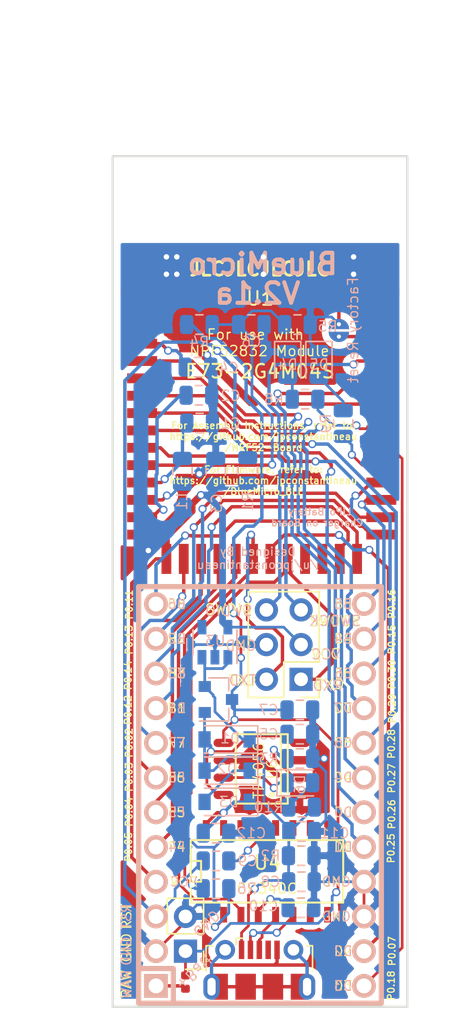
<source format=kicad_pcb>
(kicad_pcb (version 20171130) (host pcbnew "(5.0.0)")
  (layers (0 F.Cu signal) (31 B.Cu signal) (34 B.Paste user hide) (35 F.Paste user hide) (36 B.SilkS user) (37 F.SilkS user) (38 B.Mask user hide) (39 F.Mask user hide) (44 Edge.Cuts user))
  (net 0 "")
  (net 1 GND)
  (net 2 "Net-(C1-Pad1)")
  (net 3 "Net-(C2-Pad1)")
  (net 4 VCC)
  (net 5 SWDIO)
  (net 6 RESET)
  (net 7 SWDCLK)
  (net 8 "Net-(L1-Pad2)")
  (net 9 SCK)
  (net 10 /P0.11)
  (net 11 RXD)
  (net 12 TXD)
  (net 13 /P0.05)
  (net 14 /P0.04)
  (net 15 /P0.03)
  (net 16 /P0.02)
  (net 17 MOSI)
  (net 18 MISO)
  (net 19 /P0.15)
  (net 20 /P0.16)
  (net 21 SDA)
  (net 22 SCL)
  (net 23 /P0.27)
  (net 24 /P0.28)
  (net 25 /P0.29)
  (net 26 /P0.30)
  (net 27 "Net-(JP2-Pad1)")
  (net 28 /P0.07)
  (net 29 "Net-(C4-Pad1)")
  (net 30 "Net-(J1-Pad6)")
  (net 31 /Data-)
  (net 32 /VBus)
  (net 33 /Data+)
  (net 34 "Net-(C5-Pad1)")
  (net 35 /VBatt)
  (net 36 "Net-(R3-Pad1)")
  (net 37 /DTR)
  (net 38 "Net-(R6-Pad2)")
  (net 39 /P0.31)
  (net 40 "Net-(C10-Pad1)")
  (net 41 "Net-(C12-Pad1)")
  (net 42 "Net-(D2-Pad1)")
  (net 43 "Net-(R7-Pad2)")
  (net 44 SWO)
  (net 45 "Net-(D4-Pad2)")
  (net 46 "Net-(D5-Pad2)")
  (net 47 /LED2)
  (net 48 /LED1)
  (net 49 "Net-(D6-Pad1)")
  (net 50 "Net-(D6-Pad2)")
  (module SMD_Packages:SO-16-N (layer F.Cu) (at 109.728 143.764)
    (fp_text reference U4 (at 0.04572 -0.62738) (layer F.SilkS))
    (fp_text value CH340C (at 0 1.27) (layer F.SilkS) (effects (font (size 0.75 0.75) (thickness 0.11))))
    (pad 16 smd rect (at -4.445 -3.175) (size 0.508 1.143) (layers F.Cu F.Paste F.Mask) (net 41 "Net-(C12-Pad1)"))
    (pad 14 smd rect (at -1.905 -3.175) (size 0.508 1.143) (layers F.Cu F.Paste F.Mask))
    (pad 13 smd rect (at -0.635 -3.175) (size 0.508 1.143) (layers F.Cu F.Paste F.Mask) (net 37 /DTR))
    (pad 12 smd rect (at 0.635 -3.175) (size 0.508 1.143) (layers F.Cu F.Paste F.Mask))
    (pad 11 smd rect (at 1.905 -3.175) (size 0.508 1.143) (layers F.Cu F.Paste F.Mask))
    (pad 10 smd rect (at 3.175 -3.175) (size 0.508 1.143) (layers F.Cu F.Paste F.Mask))
    (pad 9 smd rect (at 4.445 -3.175) (size 0.508 1.143) (layers F.Cu F.Paste F.Mask))
    (pad 8 smd rect (at 4.445 3.175) (size 0.508 1.143) (layers F.Cu F.Paste F.Mask))
    (pad 7 smd rect (at 3.175 3.175) (size 0.508 1.143) (layers F.Cu F.Paste F.Mask))
    (pad 6 smd rect (at 1.905 3.175) (size 0.508 1.143) (layers F.Cu F.Paste F.Mask) (net 31 /Data-))
    (pad 5 smd rect (at 0.635 3.175) (size 0.508 1.143) (layers F.Cu F.Paste F.Mask) (net 33 /Data+))
    (pad 4 smd rect (at -0.635 3.175) (size 0.508 1.143) (layers F.Cu F.Paste F.Mask) (net 40 "Net-(C10-Pad1)"))
    (pad 3 smd rect (at -1.905 3.175) (size 0.508 1.143) (layers F.Cu F.Paste F.Mask) (net 12 TXD))
    (pad 2 smd rect (at -3.175 3.175) (size 0.508 1.143) (layers F.Cu F.Paste F.Mask) (net 38 "Net-(R6-Pad2)"))
    (pad 1 smd rect (at -4.445 3.175) (size 0.508 1.143) (layers F.Cu F.Paste F.Mask) (net 1 GND))
    (pad 15 smd rect (at -3.175 -3.175) (size 0.508 1.143) (layers F.Cu F.Paste F.Mask))
  )
  (module footprints:Pro_Micro (layer B.Cu) (at 109.22 139.7)
    (fp_text reference U2)
    (fp_text value ProMicro hide)
    (fp_text user RAW (at -9.779 12.319 90) (layer F.SilkS) (effects (font (size 0.7 0.7) (thickness 0.1))))
    (fp_text user GND (at -9.779 9.652 270) (layer F.SilkS) (effects (font (size 0.7 0.7) (thickness 0.1))))
    (fp_text user RST (at -9.779 7.366 90) (layer F.SilkS) (effects (font (size 0.7 0.7) (thickness 0.1))))
    (fp_text user VCC (at -5.588 4.826) (layer F.SilkS) (effects (font (size 0.7 0.7) (thickness 0.1))))
    (fp_text user F4 (at -6.096 2.286) (layer F.SilkS) (effects (font (size 0.7 0.7) (thickness 0.1))))
    (fp_text user F5 (at -6.096 -0.254) (layer F.SilkS) (effects (font (size 0.7 0.7) (thickness 0.1))))
    (fp_text user F7 (at -6.096 -5.334) (layer F.SilkS) (effects (font (size 0.7 0.7) (thickness 0.1))))
    (fp_text user F6 (at -6.096 -2.794) (layer F.SilkS) (effects (font (size 0.7 0.7) (thickness 0.1))))
    (fp_text user B1 (at -6.096 -7.874) (layer F.SilkS) (effects (font (size 0.7 0.7) (thickness 0.1))))
    (fp_text user B3 (at -6.096 -10.414) (layer F.SilkS) (effects (font (size 0.7 0.7) (thickness 0.1))))
    (fp_text user B2 (at -6.096 -12.954) (layer F.SilkS) (effects (font (size 0.7 0.7) (thickness 0.1))))
    (fp_text user B6 (at -6.096 -15.494) (layer F.SilkS) (effects (font (size 0.7 0.7) (thickness 0.1))))
    (fp_text user D3 (at 6.096 12.446) (layer F.SilkS) (effects (font (size 0.7 0.7) (thickness 0.1))))
    (fp_text user D2 (at 6.096 9.906) (layer F.SilkS) (effects (font (size 0.7 0.7) (thickness 0.1))))
    (fp_text user GND (at 5.588 7.366) (layer F.SilkS) (effects (font (size 0.7 0.7) (thickness 0.1))))
    (fp_text user GND (at 5.588 4.826) (layer F.SilkS) (effects (font (size 0.7 0.7) (thickness 0.1))))
    (fp_text user D1 (at 6.096 2.286) (layer F.SilkS) (effects (font (size 0.7 0.7) (thickness 0.1))))
    (fp_text user D0 (at 6.096 -0.254) (layer F.SilkS) (effects (font (size 0.7 0.7) (thickness 0.1))))
    (fp_text user D4 (at 6.096 -2.794) (layer F.SilkS) (effects (font (size 0.7 0.7) (thickness 0.1))))
    (fp_text user C6 (at 6.096 -5.334) (layer F.SilkS) (effects (font (size 0.7 0.7) (thickness 0.1))))
    (fp_text user D7 (at 6.096 -7.874) (layer F.SilkS) (effects (font (size 0.7 0.7) (thickness 0.1))))
    (fp_text user E6 (at 6.096 -10.414) (layer F.SilkS) (effects (font (size 0.7 0.7) (thickness 0.1))))
    (fp_text user B4 (at 6.096 -12.954) (layer F.SilkS) (effects (font (size 0.7 0.7) (thickness 0.1))))
    (fp_text user B5 (at 6.096 -15.494) (layer F.SilkS) (effects (font (size 0.7 0.7) (thickness 0.1))))
    (fp_text user B5 (at 6.096 -15.494) (layer B.SilkS) (effects (font (size 0.7 0.7) (thickness 0.1)) (justify mirror)))
    (fp_text user B4 (at 6.096 -12.954) (layer B.SilkS) (effects (font (size 0.7 0.7) (thickness 0.1)) (justify mirror)))
    (fp_text user E6 (at 6.096 -10.414) (layer B.SilkS) (effects (font (size 0.7 0.7) (thickness 0.1)) (justify mirror)))
    (fp_text user D7 (at 6.096 -7.874) (layer B.SilkS) (effects (font (size 0.7 0.7) (thickness 0.1)) (justify mirror)))
    (fp_text user C6 (at 6.096 -5.334) (layer B.SilkS) (effects (font (size 0.7 0.7) (thickness 0.1)) (justify mirror)))
    (fp_text user D4 (at 6.096 -2.794) (layer B.SilkS) (effects (font (size 0.7 0.7) (thickness 0.1)) (justify mirror)))
    (fp_text user D0 (at 6.096 -0.254) (layer B.SilkS) (effects (font (size 0.7 0.7) (thickness 0.1)) (justify mirror)))
    (fp_text user D1 (at 6.096 2.286) (layer B.SilkS) (effects (font (size 0.7 0.7) (thickness 0.1)) (justify mirror)))
    (fp_text user GND (at 5.588 4.826) (layer B.SilkS) (effects (font (size 0.7 0.7) (thickness 0.1)) (justify mirror)))
    (fp_text user GND (at 5.588 7.366) (layer B.SilkS) (effects (font (size 0.7 0.7) (thickness 0.1)) (justify mirror)))
    (fp_text user D2 (at 6.096 9.906) (layer B.SilkS) (effects (font (size 0.7 0.7) (thickness 0.1)) (justify mirror)))
    (fp_text user D3 (at 6.096 12.446) (layer B.SilkS) (effects (font (size 0.7 0.7) (thickness 0.1)) (justify mirror)))
    (fp_text user B6 (at -6.096 -15.494) (layer B.SilkS) (effects (font (size 0.7 0.7) (thickness 0.1)) (justify mirror)))
    (fp_text user B2 (at -6.096 -12.954) (layer B.SilkS) (effects (font (size 0.7 0.7) (thickness 0.1)) (justify mirror)))
    (fp_text user B3 (at -6.096 -10.414) (layer B.SilkS) (effects (font (size 0.7 0.7) (thickness 0.1)) (justify mirror)))
    (fp_text user B1 (at -6.096 -7.874) (layer B.SilkS) (effects (font (size 0.7 0.7) (thickness 0.1)) (justify mirror)))
    (fp_text user F6 (at -6.096 -2.794) (layer B.SilkS) (effects (font (size 0.7 0.7) (thickness 0.1)) (justify mirror)))
    (fp_text user F7 (at -6.096 -5.334) (layer B.SilkS) (effects (font (size 0.7 0.7) (thickness 0.1)) (justify mirror)))
    (fp_text user F5 (at -6.096 -0.254) (layer B.SilkS) (effects (font (size 0.7 0.7) (thickness 0.1)) (justify mirror)))
    (fp_text user F4 (at -6.096 2.286) (layer B.SilkS) (effects (font (size 0.7 0.7) (thickness 0.1)) (justify mirror)))
    (fp_text user VCC (at -5.588 4.826) (layer B.SilkS) (effects (font (size 0.7 0.7) (thickness 0.1)) (justify mirror)))
    (fp_text user RST (at -9.779 7.366 90) (layer B.SilkS) (effects (font (size 0.7 0.7) (thickness 0.1)) (justify mirror)))
    (fp_text user GND (at -9.779 9.906 90) (layer B.SilkS) (effects (font (size 0.7 0.7) (thickness 0.1)) (justify mirror)))
    (fp_text user RAW (at -9.779 12.319 90) (layer B.SilkS) (effects (font (size 0.7 0.7) (thickness 0.1)) (justify mirror)))
    (pad 1 thru_hole rect (at -7.62 12.446 90) (size 1.7526 1.7526) (drill 1.0922) (layers *.Cu *.SilkS *.Mask) (net 43 "Net-(R7-Pad2)"))
    (pad 2 thru_hole circle (at -7.62 9.906 90) (size 1.7526 1.7526) (drill 1.0922) (layers *.Cu *.SilkS *.Mask) (net 1 GND))
    (pad 3 thru_hole circle (at -7.62 7.366 90) (size 1.7526 1.7526) (drill 1.0922) (layers *.Cu *.SilkS *.Mask) (net 6 RESET))
    (pad 4 thru_hole circle (at -7.62 4.826 90) (size 1.7526 1.7526) (drill 1.0922) (layers *.Cu *.SilkS *.Mask) (net 4 VCC))
    (pad 5 thru_hole circle (at -7.62 2.286 90) (size 1.7526 1.7526) (drill 1.0922) (layers *.Cu *.SilkS *.Mask) (net 13 /P0.05))
    (pad 6 thru_hole circle (at -7.62 -0.254 90) (size 1.7526 1.7526) (drill 1.0922) (layers *.Cu *.SilkS *.Mask) (net 14 /P0.04))
    (pad 7 thru_hole circle (at -7.62 -2.794 90) (size 1.7526 1.7526) (drill 1.0922) (layers *.Cu *.SilkS *.Mask) (net 15 /P0.03))
    (pad 8 thru_hole circle (at -7.62 -5.334 90) (size 1.7526 1.7526) (drill 1.0922) (layers *.Cu *.SilkS *.Mask) (net 16 /P0.02))
    (pad 9 thru_hole circle (at -7.62 -7.874 90) (size 1.7526 1.7526) (drill 1.0922) (layers *.Cu *.SilkS *.Mask) (net 9 SCK))
    (pad 10 thru_hole circle (at -7.62 -10.414 90) (size 1.7526 1.7526) (drill 1.0922) (layers *.Cu *.SilkS *.Mask) (net 18 MISO))
    (pad 11 thru_hole circle (at -7.62 -12.954 90) (size 1.7526 1.7526) (drill 1.0922) (layers *.Cu *.SilkS *.Mask) (net 17 MOSI))
    (pad 12 thru_hole circle (at -7.62 -15.494 90) (size 1.7526 1.7526) (drill 1.0922) (layers *.Cu *.SilkS *.Mask) (net 10 /P0.11))
    (pad 24 thru_hole circle (at 7.62 -15.494 90) (size 1.7526 1.7526) (drill 1.0922) (layers *.Cu *.SilkS *.Mask) (net 20 /P0.16))
    (pad 23 thru_hole circle (at 7.62 -12.954 90) (size 1.7526 1.7526) (drill 1.0922) (layers *.Cu *.SilkS *.Mask) (net 19 /P0.15))
    (pad 22 thru_hole circle (at 7.62 -10.414 90) (size 1.7526 1.7526) (drill 1.0922) (layers *.Cu *.SilkS *.Mask) (net 26 /P0.30))
    (pad 21 thru_hole circle (at 7.62 -7.874 90) (size 1.7526 1.7526) (drill 1.0922) (layers *.Cu *.SilkS *.Mask) (net 25 /P0.29))
    (pad 20 thru_hole circle (at 7.62 -5.334 90) (size 1.7526 1.7526) (drill 1.0922) (layers *.Cu *.SilkS *.Mask) (net 24 /P0.28))
    (pad 19 thru_hole circle (at 7.62 -2.794 90) (size 1.7526 1.7526) (drill 1.0922) (layers *.Cu *.SilkS *.Mask) (net 23 /P0.27))
    (pad 18 thru_hole circle (at 7.62 -0.254 90) (size 1.7526 1.7526) (drill 1.0922) (layers *.Cu *.SilkS *.Mask) (net 22 SCL))
    (pad 17 thru_hole circle (at 7.62 2.286 90) (size 1.7526 1.7526) (drill 1.0922) (layers *.Cu *.SilkS *.Mask) (net 21 SDA))
    (pad 16 thru_hole circle (at 7.62 4.826 90) (size 1.7526 1.7526) (drill 1.0922) (layers *.Cu *.SilkS *.Mask) (net 1 GND))
    (pad 15 thru_hole circle (at 7.62 7.366 90) (size 1.7526 1.7526) (drill 1.0922) (layers *.Cu *.SilkS *.Mask) (net 1 GND))
    (pad 14 thru_hole circle (at 7.62 9.906 90) (size 1.7526 1.7526) (drill 1.0922) (layers *.Cu *.SilkS *.Mask) (net 28 /P0.07))
    (pad 13 thru_hole circle (at 7.62 12.446 90) (size 1.7526 1.7526) (drill 1.0922) (layers *.Cu *.SilkS *.Mask) (net 44 SWO))
  )
  (module E73:SolderJumperSingle (layer F.Cu) (at 115.00104 104.18826 90)
    (fp_text reference JP2 hide)
    (fp_text value "Factory Reset" (at 0.02826 1.03896 90) (layer B.SilkS) (effects (font (size 0.75 0.75) (thickness 0.1)) (justify mirror)))
    (fp_poly (pts (xy -0.1 -0.75) (xy -0.3565 -0.7048) (xy -0.5821 -0.5745) (xy -0.7495 -0.375) (xy -0.8386 -0.1302) (xy -0.8386 0.1302) (xy -0.7495 0.375) (xy -0.5821 0.5745) (xy -0.3565 0.7048) (xy -0.1 0.75) (xy -0.1 -0.75)) (layer F.Cu) (width 0.01))
    (fp_poly (pts (xy 0.1 0.75) (xy 0.3565 0.7048) (xy 0.5821 0.5745) (xy 0.7495 0.375) (xy 0.8386 0.1302) (xy 0.8386 -0.1302) (xy 0.7495 -0.375) (xy 0.5821 -0.5745) (xy 0.3565 -0.7048) (xy 0.1 -0.75) (xy 0.1 0.75)) (layer F.Cu) (width 0.01))
    (fp_poly (pts (xy -0.1 -0.75) (xy -0.3565 -0.7048) (xy -0.5821 -0.5745) (xy -0.7495 -0.375) (xy -0.8386 -0.1302) (xy -0.8386 0.1302) (xy -0.7495 0.375) (xy -0.5821 0.5745) (xy -0.3565 0.7048) (xy -0.1 0.75) (xy -0.1 -0.75)) (layer B.Cu) (width 0.01))
    (fp_poly (pts (xy 0.1 0.75) (xy 0.3565 0.7048) (xy 0.5821 0.5745) (xy 0.7495 0.375) (xy 0.8386 0.1302) (xy 0.8386 -0.1302) (xy 0.7495 -0.375) (xy 0.5821 -0.5745) (xy 0.3565 -0.7048) (xy 0.1 -0.75) (xy 0.1 0.75)) (layer B.Cu) (width 0.01))
    (pad 2 thru_hole circle (at 0.45 0 90) (size 0.4 0.4) (drill 0.3) (layers *.Cu *.Mask) (net 1 GND))
    (pad 1 thru_hole circle (at -0.45 0 90) (size 0.4 0.4) (drill 0.3) (layers *.Cu *.Mask) (net 27 "Net-(JP2-Pad1)"))
    (pad 1 thru_hole circle (at -0.45 0 90) (size 0.4 0.4) (drill 0.3) (layers *.Cu *.Mask) (net 27 "Net-(JP2-Pad1)"))
    (pad 2 thru_hole circle (at 0.45 0 90) (size 0.4 0.4) (drill 0.3) (layers *.Cu *.Mask) (net 1 GND))
  )
  (module E73:E73-2G4M04S (layer F.Cu) (at 109.22 106.68 180)
    (fp_text reference U1 (at 0 4.826 180) (layer F.SilkS))
    (fp_text value E73-2G4M04S (at 0 -0.5 180) (layer F.SilkS))
    (pad 27 smd rect (at -7.112 -14.224 180) (size 0.72 2.2) (layers F.Cu F.Paste F.Mask) (net 9 SCK))
    (pad 26 smd rect (at -5.842 -14.224 180) (size 0.72 2.2) (layers F.Cu F.Paste F.Mask) (net 10 /P0.11))
    (pad 25 smd rect (at -4.572 -14.224 180) (size 0.72 2.2) (layers F.Cu F.Paste F.Mask))
    (pad 24 smd rect (at -3.302 -14.224 180) (size 0.72 2.2) (layers F.Cu F.Paste F.Mask))
    (pad 23 smd rect (at -2.032 -14.224 180) (size 0.72 2.2) (layers F.Cu F.Paste F.Mask) (net 11 RXD))
    (pad 22 smd rect (at -0.762 -14.224 180) (size 0.72 2.2) (layers F.Cu F.Paste F.Mask) (net 28 /P0.07))
    (pad 21 smd rect (at 0.508 -14.224 180) (size 0.72 2.2) (layers F.Cu F.Paste F.Mask) (net 12 TXD))
    (pad 20 smd rect (at 1.778 -14.224 180) (size 0.72 2.2) (layers F.Cu F.Paste F.Mask) (net 13 /P0.05))
    (pad 19 smd rect (at 3.048 -14.224 180) (size 0.72 2.2) (layers F.Cu F.Paste F.Mask) (net 14 /P0.04))
    (pad 18 smd rect (at 4.318 -14.224 180) (size 0.72 2.2) (layers F.Cu F.Paste F.Mask) (net 15 /P0.03))
    (pad 17 smd rect (at 5.588 -14.224 180) (size 0.72 2.2) (layers F.Cu F.Paste F.Mask) (net 16 /P0.02))
    (pad 16 smd rect (at 6.858 -14.224 180) (size 0.72 2.2) (layers F.Cu F.Paste F.Mask) (net 4 VCC))
    (pad 28 smd rect (at -8.89 -12.446 180) (size 2.2 0.72) (layers F.Cu F.Paste F.Mask) (net 17 MOSI))
    (pad 29 smd rect (at -8.89 -11.176 180) (size 2.2 0.72) (layers F.Cu F.Paste F.Mask) (net 18 MISO))
    (pad 30 smd rect (at -8.89 -9.906 180) (size 2.2 0.72) (layers F.Cu F.Paste F.Mask) (net 19 /P0.15))
    (pad 31 smd rect (at -8.89 -8.636 180) (size 2.2 0.72) (layers F.Cu F.Paste F.Mask) (net 20 /P0.16))
    (pad 32 smd rect (at -8.89 -7.366 180) (size 2.2 0.72) (layers F.Cu F.Paste F.Mask) (net 48 /LED1))
    (pad 33 smd rect (at -8.89 -6.096 180) (size 2.2 0.72) (layers F.Cu F.Paste F.Mask) (net 44 SWO))
    (pad 34 smd rect (at -8.89 -4.826 180) (size 2.2 0.72) (layers F.Cu F.Paste F.Mask) (net 47 /LED2))
    (pad 35 smd rect (at -8.89 -3.556 180) (size 2.2 0.72) (layers F.Cu F.Paste F.Mask))
    (pad 36 smd rect (at -8.89 -2.286 180) (size 2.2 0.72) (layers F.Cu F.Paste F.Mask) (net 6 RESET))
    (pad 37 smd rect (at -8.89 -1.016 180) (size 2.2 0.72) (layers F.Cu F.Paste F.Mask) (net 7 SWDCLK))
    (pad 38 smd rect (at -8.89 0.254 180) (size 2.2 0.72) (layers F.Cu F.Paste F.Mask) (net 5 SWDIO))
    (pad 39 smd rect (at -8.89 1.524 180) (size 2.2 0.72) (layers F.Cu F.Paste F.Mask) (net 27 "Net-(JP2-Pad1)"))
    (pad 40 smd rect (at -8.89 2.794 180) (size 2.2 0.72) (layers F.Cu F.Paste F.Mask))
    (pad 41 smd rect (at -8.89 4.064 180) (size 2.2 0.72) (layers F.Cu F.Paste F.Mask))
    (pad 42 smd rect (at -8.89 6.604 180) (size 2.2 0.72) (layers F.Cu F.Paste F.Mask) (net 1 GND))
    (pad 43 smd rect (at -8.89 7.874 180) (size 2.2 0.72) (layers F.Cu F.Paste F.Mask) (net 1 GND))
    (pad 0 smd rect (at 8.636 7.874 180) (size 2.2 0.72) (layers F.Cu F.Paste F.Mask) (net 1 GND))
    (pad 1 smd rect (at 8.636 6.604 180) (size 2.2 0.72) (layers F.Cu F.Paste F.Mask) (net 1 GND))
    (pad 2 smd rect (at 8.636 4.064 180) (size 2.2 0.72) (layers F.Cu F.Paste F.Mask) (net 1 GND))
    (pad 3 smd rect (at 8.636 2.794 180) (size 2.2 0.72) (layers F.Cu F.Paste F.Mask))
    (pad 4 smd rect (at 8.636 1.524 180) (size 2.2 0.72) (layers F.Cu F.Paste F.Mask) (net 29 "Net-(C4-Pad1)"))
    (pad 5 smd rect (at 8.636 0.254 180) (size 2.2 0.72) (layers F.Cu F.Paste F.Mask) (net 21 SDA))
    (pad 6 smd rect (at 8.636 -1.016 180) (size 2.2 0.72) (layers F.Cu F.Paste F.Mask) (net 22 SCL))
    (pad 7 smd rect (at 8.636 -2.286 180) (size 2.2 0.72) (layers F.Cu F.Paste F.Mask) (net 23 /P0.27))
    (pad 8 smd rect (at 8.636 -3.556 180) (size 2.2 0.72) (layers F.Cu F.Paste F.Mask) (net 24 /P0.28))
    (pad 9 smd rect (at 8.636 -4.826 180) (size 2.2 0.72) (layers F.Cu F.Paste F.Mask) (net 25 /P0.29))
    (pad 10 smd rect (at 8.636 -6.096 180) (size 2.2 0.72) (layers F.Cu F.Paste F.Mask) (net 26 /P0.30))
    (pad 11 smd rect (at 8.636 -7.366 180) (size 2.2 0.72) (layers F.Cu F.Paste F.Mask) (net 39 /P0.31))
    (pad 12 smd rect (at 8.636 -8.636 180) (size 2.2 0.72) (layers F.Cu F.Paste F.Mask) (net 2 "Net-(C1-Pad1)"))
    (pad 13 smd rect (at 8.636 -9.906 180) (size 2.2 0.72) (layers F.Cu F.Paste F.Mask) (net 8 "Net-(L1-Pad2)"))
    (pad 14 smd rect (at 8.636 -11.176 180) (size 2.2 0.72) (layers F.Cu F.Paste F.Mask) (net 3 "Net-(C2-Pad1)"))
    (pad 15 smd rect (at 8.636 -12.446 180) (size 2.2 0.72) (layers F.Cu F.Paste F.Mask) (net 1 GND))
  )
  (module Connectors_USB:USB_Micro-B_Molex-105017-0001 (layer F.Cu) (at 109.1692 151.85898)
    (fp_text reference J1 hide)
    (fp_text value USB_OTG)
    (pad 6 smd rect (at 1 0.35) (size 1.5 1.9) (layers F.Cu F.Paste F.Mask) (net 30 "Net-(J1-Pad6)"))
    (pad 6 thru_hole circle (at -2.5 -2.35) (size 1.45 1.45) (drill 0.85) (layers *.Cu *.Mask) (net 30 "Net-(J1-Pad6)"))
    (pad 2 smd rect (at -0.65 -2.35) (size 0.4 1.35) (layers F.Cu F.Paste F.Mask) (net 31 /Data-))
    (pad 1 smd rect (at -1.3 -2.35) (size 0.4 1.35) (layers F.Cu F.Paste F.Mask) (net 32 /VBus))
    (pad 5 smd rect (at 1.3 -2.35) (size 0.4 1.35) (layers F.Cu F.Paste F.Mask) (net 1 GND))
    (pad 4 smd rect (at 0.65 -2.35) (size 0.4 1.35) (layers F.Cu F.Paste F.Mask))
    (pad 3 smd rect (at 0 -2.35) (size 0.4 1.35) (layers F.Cu F.Paste F.Mask) (net 33 /Data+))
    (pad 6 thru_hole circle (at 2.5 -2.35) (size 1.45 1.45) (drill 0.85) (layers *.Cu *.Mask) (net 30 "Net-(J1-Pad6)"))
    (pad 6 smd rect (at -1 0.35) (size 1.5 1.9) (layers F.Cu F.Paste F.Mask) (net 30 "Net-(J1-Pad6)"))
    (pad 6 thru_hole oval (at -3.5 0.35 180) (size 1.2 1.9) (drill oval 0.6 1.3) (layers *.Cu *.Mask) (net 30 "Net-(J1-Pad6)"))
    (pad 6 thru_hole oval (at 3.5 0.35) (size 1.2 1.9) (drill oval 0.6 1.3) (layers *.Cu *.Mask) (net 30 "Net-(J1-Pad6)"))
    (pad 6 smd rect (at 2.9 0.35) (size 1.2 1.9) (layers F.Cu F.Mask) (net 30 "Net-(J1-Pad6)"))
    (pad 6 smd rect (at -2.9 0.35) (size 1.2 1.9) (layers F.Cu F.Mask) (net 30 "Net-(J1-Pad6)"))
  )
  (module TO_SOT_Packages_SMD:SOT-23 (layer B.Cu) (at 106.172 131.191)
    (fp_text reference Q1 hide)
    (fp_text value DMG3415U hide)
    (pad 1 smd rect (at -1 0.95) (size 0.9 0.8) (layers B.Cu B.Paste B.Mask) (net 32 /VBus))
    (pad 2 smd rect (at -1 -0.95) (size 0.9 0.8) (layers B.Cu B.Paste B.Mask) (net 34 "Net-(C5-Pad1)"))
    (pad 3 smd rect (at 1 0) (size 0.9 0.8) (layers B.Cu B.Paste B.Mask) (net 35 /VBatt))
  )
  (module Pin_Headers:Pin_Header_Straight_1x02_Pitch2.54mm (layer F.Cu) (at 103.759 149.606 180)
    (fp_text reference J3)
    (fp_text value Conn_01x02)
    (pad 1 thru_hole rect (at 0 0 180) (size 1.7 1.7) (drill 1) (layers *.Cu *.Mask) (net 35 /VBatt))
    (pad 2 thru_hole oval (at 0 2.54 180) (size 1.7 1.7) (drill 1) (layers *.Cu *.Mask) (net 1 GND))
  )
  (module Pin_Headers:Pin_Header_Straight_2x03_Pitch2.54mm (layer F.Cu) (at 112.2299 129.71526 180)
    (fp_text reference J2)
    (fp_text value "Serial Connector")
    (pad 1 thru_hole rect (at 0 0 180) (size 1.7 1.7) (drill 1) (layers *.Cu *.Mask) (net 11 RXD))
    (pad 2 thru_hole oval (at 2.54 0 180) (size 1.7 1.7) (drill 1) (layers *.Cu *.Mask) (net 12 TXD))
    (pad 3 thru_hole oval (at 0 2.54 180) (size 1.7 1.7) (drill 1) (layers *.Cu *.Mask) (net 4 VCC))
    (pad 4 thru_hole oval (at 2.54 2.54 180) (size 1.7 1.7) (drill 1) (layers *.Cu *.Mask) (net 1 GND))
    (pad 5 thru_hole oval (at 0 5.08 180) (size 1.7 1.7) (drill 1) (layers *.Cu *.Mask) (net 7 SWDCLK))
    (pad 6 thru_hole oval (at 2.54 5.08 180) (size 1.7 1.7) (drill 1) (layers *.Cu *.Mask) (net 5 SWDIO))
  )
  (module Power_Integrations:SO-8 (layer F.Cu) (at 109.347 136.271 90)
    (fp_text reference U6 (at -0.01556 0.76704 90) (layer F.SilkS) (effects (font (size 0.75 0.75) (thickness 0.1))))
    (fp_text value TP4056 (at -0.127 -0.214721 90) (layer F.SilkS) (effects (font (size 0.75 0.75) (thickness 0.1))))
    (pad 1 smd oval (at -1.905 2.794 90) (size 0.6096 1.4732) (layers F.Cu F.Paste F.Mask) (net 1 GND))
    (pad 2 smd oval (at -0.635 2.794 90) (size 0.6096 1.4732) (layers F.Cu F.Paste F.Mask) (net 36 "Net-(R3-Pad1)"))
    (pad 3 smd oval (at 0.635 2.794 90) (size 0.6096 1.4732) (layers F.Cu F.Paste F.Mask) (net 1 GND))
    (pad 4 smd oval (at 1.905 2.794 90) (size 0.6096 1.4732) (layers F.Cu F.Paste F.Mask) (net 32 /VBus))
    (pad 5 smd oval (at 1.905 -2.794 90) (size 0.6096 1.4732) (layers F.Cu F.Paste F.Mask) (net 35 /VBatt))
    (pad 6 smd oval (at 0.635 -2.794 90) (size 0.6096 1.4732) (layers F.Cu F.Paste F.Mask) (net 1 GND))
    (pad 7 smd oval (at -0.635 -2.794 90) (size 0.6096 1.4732) (layers F.Cu F.Paste F.Mask) (net 49 "Net-(D6-Pad1)"))
    (pad 8 smd oval (at -1.905 -2.794 90) (size 0.6096 1.4732) (layers F.Cu F.Paste F.Mask) (net 32 /VBus))
  )
  (module Resistor_SMD:R_0805_2012Metric (layer B.Cu) (at 104.79754 110.96498)
    (fp_text reference C1 (at 2.26346 0.03302) (layer B.SilkS) (effects (font (size 0.75 0.75) (thickness 0.1)) (justify mirror)))
    (fp_text value 1uF)
    (pad 1 smd roundrect (at -0.9375 0) (size 0.975 1.4) (layers B.Cu B.Paste B.Mask) (net 2 "Net-(C1-Pad1)"))
    (pad 2 smd roundrect (at 0.9375 0) (size 0.975 1.4) (layers B.Cu B.Paste B.Mask) (net 1 GND))
  )
  (module Resistor_SMD:R_0805_2012Metric (layer B.Cu) (at 104.7442 108.93044)
    (fp_text reference C2 (at 2.3168 0.03556) (layer B.SilkS) (effects (font (size 0.75 0.75) (thickness 0.1)) (justify mirror)))
    (fp_text value 0.1uF)
    (pad 1 smd roundrect (at -0.9375 0) (size 0.975 1.4) (layers B.Cu B.Paste B.Mask) (net 3 "Net-(C2-Pad1)"))
    (pad 2 smd roundrect (at 0.9375 0) (size 0.975 1.4) (layers B.Cu B.Paste B.Mask) (net 1 GND))
  )
  (module Resistor_SMD:R_0805_2012Metric (layer B.Cu) (at 105.97642 114.49018 90)
    (fp_text reference C3 (at -2.34982 0.06858 90) (layer B.SilkS) (effects (font (size 0.75 0.75) (thickness 0.1)) (justify mirror)))
    (fp_text value 10uF)
    (pad 2 smd roundrect (at 0.9375 0 90) (size 0.975 1.4) (layers B.Cu B.Paste B.Mask) (net 1 GND))
    (pad 1 smd roundrect (at -0.9375 0 90) (size 0.975 1.4) (layers B.Cu B.Paste B.Mask) (net 4 VCC))
  )
  (module Resistor_SMD:R_0805_2012Metric (layer B.Cu) (at 104.67816 106.8705)
    (fp_text reference C4 (at 2.25584 0.0635) (layer B.SilkS) (effects (font (size 0.75 0.75) (thickness 0.1)) (justify mirror)))
    (fp_text value "100 pF")
    (pad 1 smd roundrect (at -0.9375 0) (size 0.975 1.4) (layers B.Cu B.Paste B.Mask) (net 29 "Net-(C4-Pad1)"))
    (pad 2 smd roundrect (at 0.9375 0) (size 0.975 1.4) (layers B.Cu B.Paste B.Mask) (net 1 GND))
  )
  (module Resistor_SMD:R_0805_2012Metric (layer B.Cu) (at 112.141 133.731)
    (fp_text reference C5 (at -2.286 0) (layer B.SilkS) (effects (font (size 0.75 0.75) (thickness 0.1)) (justify mirror)))
    (fp_text value 10uF)
    (pad 2 smd roundrect (at 0.9375 0) (size 0.975 1.4) (layers B.Cu B.Paste B.Mask) (net 1 GND))
    (pad 1 smd roundrect (at -0.9375 0) (size 0.975 1.4) (layers B.Cu B.Paste B.Mask) (net 34 "Net-(C5-Pad1)"))
  )
  (module Resistor_SMD:R_0805_2012Metric (layer B.Cu) (at 108.585 103.759)
    (fp_text reference C6 (at 0 1.27) (layer B.SilkS) (effects (font (size 0.75 0.75) (thickness 0.1)) (justify mirror)))
    (fp_text value 1nF)
    (pad 2 smd roundrect (at 0.9375 0) (size 0.975 1.4) (layers B.Cu B.Paste B.Mask) (net 1 GND))
    (pad 1 smd roundrect (at -0.9375 0) (size 0.975 1.4) (layers B.Cu B.Paste B.Mask) (net 39 /P0.31))
  )
  (module Resistor_SMD:R_0805_2012Metric (layer B.Cu) (at 112.141 131.953)
    (fp_text reference C7 (at -2.286 0) (layer B.SilkS) (effects (font (size 0.75 0.75) (thickness 0.1)) (justify mirror)))
    (fp_text value 10uF)
    (pad 1 smd roundrect (at -0.9375 0) (size 0.975 1.4) (layers B.Cu B.Paste B.Mask) (net 35 /VBatt))
    (pad 2 smd roundrect (at 0.9375 0) (size 0.975 1.4) (layers B.Cu B.Paste B.Mask) (net 1 GND))
  )
  (module Resistor_SMD:R_0805_2012Metric (layer B.Cu) (at 112.25498 144.526)
    (fp_text reference C8 (at -2.27298 0) (layer B.SilkS) (effects (font (size 0.75 0.75) (thickness 0.1)) (justify mirror)))
    (fp_text value 10uF)
    (pad 2 smd roundrect (at 0.9375 0) (size 0.975 1.4) (layers B.Cu B.Paste B.Mask) (net 1 GND))
    (pad 1 smd roundrect (at -0.9375 0) (size 0.975 1.4) (layers B.Cu B.Paste B.Mask) (net 32 /VBus))
  )
  (module Resistor_SMD:R_0805_2012Metric (layer B.Cu) (at 105.9965 143.002)
    (fp_text reference C9 (at 2.30664 0) (layer B.SilkS) (effects (font (size 0.75 0.75) (thickness 0.1)) (justify mirror)))
    (fp_text value 0.1uF)
    (pad 2 smd roundrect (at 0.9375 0) (size 0.975 1.4) (layers B.Cu B.Paste B.Mask) (net 37 /DTR))
    (pad 1 smd roundrect (at -0.9375 0) (size 0.975 1.4) (layers B.Cu B.Paste B.Mask) (net 6 RESET))
  )
  (module Resistor_SMD:R_0805_2012Metric (layer B.Cu) (at 112.2195 146.431)
    (fp_text reference C10 (at -2.7455 -0.127) (layer B.SilkS) (effects (font (size 0.75 0.75) (thickness 0.1)) (justify mirror)))
    (fp_text value 100nF)
    (pad 2 smd roundrect (at 0.9375 0) (size 0.975 1.4) (layers B.Cu B.Paste B.Mask) (net 1 GND))
    (pad 1 smd roundrect (at -0.9375 0) (size 0.975 1.4) (layers B.Cu B.Paste B.Mask) (net 40 "Net-(C10-Pad1)"))
  )
  (module Resistor_SMD:R_0805_2012Metric (layer B.Cu) (at 112.268 140.843)
    (fp_text reference C11 (at 2.413 0.127) (layer B.SilkS) (effects (font (size 0.75 0.75) (thickness 0.1)) (justify mirror)))
    (fp_text value 100nF)
    (pad 1 smd roundrect (at -0.9375 0) (size 0.975 1.4) (layers B.Cu B.Paste B.Mask) (net 32 /VBus))
    (pad 2 smd roundrect (at 0.9375 0) (size 0.975 1.4) (layers B.Cu B.Paste B.Mask) (net 1 GND))
  )
  (module Resistor_SMD:R_0805_2012Metric (layer B.Cu) (at 105.9965 140.97)
    (fp_text reference C12 (at 2.5885 0) (layer B.SilkS) (effects (font (size 0.75 0.75) (thickness 0.1)) (justify mirror)))
    (fp_text value 100nF)
    (pad 2 smd roundrect (at 0.9375 0) (size 0.975 1.4) (layers B.Cu B.Paste B.Mask) (net 1 GND))
    (pad 1 smd roundrect (at -0.9375 0) (size 0.975 1.4) (layers B.Cu B.Paste B.Mask) (net 41 "Net-(C12-Pad1)"))
  )
  (module Diode_SMD:D_SOD-123 (layer B.Cu) (at 106.808 134.112 180)
    (fp_text reference D1 (at -0.23 0.09 180) (layer B.SilkS) (effects (font (size 0.75 0.75) (thickness 0.1)) (justify mirror)))
    (fp_text value MBR120)
    (pad 1 smd rect (at -1.65 0 180) (size 0.9 1.2) (layers B.Cu B.Paste B.Mask) (net 34 "Net-(C5-Pad1)"))
    (pad 2 smd rect (at 1.65 0 180) (size 0.9 1.2) (layers B.Cu B.Paste B.Mask) (net 32 /VBus))
  )
  (module Diode_SMD:D_SOD-123 (layer B.Cu) (at 106.807 136.398 180)
    (fp_text reference D2 (at -0.001 0.127 180) (layer B.SilkS) (effects (font (size 0.75 0.75) (thickness 0.1)) (justify mirror)))
    (fp_text value D)
    (pad 2 smd rect (at 1.65 0 180) (size 0.9 1.2) (layers B.Cu B.Paste B.Mask) (net 32 /VBus))
    (pad 1 smd rect (at -1.65 0 180) (size 0.9 1.2) (layers B.Cu B.Paste B.Mask) (net 42 "Net-(D2-Pad1)"))
  )
  (module Diode_SMD:D_SOD-123 (layer B.Cu) (at 106.808 138.684 180)
    (fp_text reference D3 (at -0.127 0 180) (layer B.SilkS) (effects (font (size 0.75 0.75) (thickness 0.1)) (justify mirror)))
    (fp_text value D)
    (pad 1 smd rect (at -1.65 0 180) (size 0.9 1.2) (layers B.Cu B.Paste B.Mask) (net 41 "Net-(C12-Pad1)"))
    (pad 2 smd rect (at 1.65 0 180) (size 0.9 1.2) (layers B.Cu B.Paste B.Mask) (net 42 "Net-(D2-Pad1)"))
  )
  (module Inductor_SMD:L_0805_2012Metric (layer B.Cu) (at 103.53802 114.4905 270)
    (fp_text reference L1 (at 2.2225 0.03302 270) (layer B.SilkS) (effects (font (size 0.75 0.75) (thickness 0.1)) (justify mirror)))
    (fp_text value 10uH)
    (pad 1 smd roundrect (at -0.9375 0 270) (size 0.975 1.4) (layers B.Cu B.Paste B.Mask) (net 2 "Net-(C1-Pad1)"))
    (pad 2 smd roundrect (at 0.9375 0 270) (size 0.975 1.4) (layers B.Cu B.Paste B.Mask) (net 8 "Net-(L1-Pad2)"))
  )
  (module Resistor_SMD:R_0805_2012Metric (layer B.Cu) (at 108.325921 114.430821 270)
    (fp_text reference R1 (at 2.282179 -0.005079 270) (layer B.SilkS) (effects (font (size 0.75 0.75) (thickness 0.1)) (justify mirror)))
    (fp_text value 10k)
    (pad 2 smd roundrect (at 0.9375 0 270) (size 0.975 1.4) (layers B.Cu B.Paste B.Mask) (net 4 VCC))
    (pad 1 smd roundrect (at -0.9375 0 270) (size 0.975 1.4) (layers B.Cu B.Paste B.Mask) (net 6 RESET))
  )
  (module Resistor_SMD:R_0805_2012Metric (layer B.Cu) (at 112.24006 142.621)
    (fp_text reference R2 (at -2.25806 0) (layer B.SilkS) (effects (font (size 0.75 0.75) (thickness 0.1)) (justify mirror)))
    (fp_text value 100K)
    (pad 1 smd roundrect (at -0.9375 0) (size 0.975 1.4) (layers B.Cu B.Paste B.Mask) (net 32 /VBus))
    (pad 2 smd roundrect (at 0.9375 0) (size 0.975 1.4) (layers B.Cu B.Paste B.Mask) (net 1 GND))
  )
  (module Resistor_SMD:R_0805_2012Metric (layer B.Cu) (at 112.141 135.509)
    (fp_text reference R3 (at -2.286 0) (layer B.SilkS) (effects (font (size 0.75 0.75) (thickness 0.1)) (justify mirror)))
    (fp_text value 10K)
    (pad 2 smd roundrect (at 0.9375 0) (size 0.975 1.4) (layers B.Cu B.Paste B.Mask) (net 1 GND))
    (pad 1 smd roundrect (at -0.9375 0) (size 0.975 1.4) (layers B.Cu B.Paste B.Mask) (net 36 "Net-(R3-Pad1)"))
  )
  (module Resistor_SMD:R_0805_2012Metric (layer B.Cu) (at 104.78008 103.75646)
    (fp_text reference R4 (at -0.00508 1.27254) (layer B.SilkS) (effects (font (size 0.75 0.75) (thickness 0.1)) (justify mirror)))
    (fp_text value 806K)
    (pad 1 smd roundrect (at -0.9375 0) (size 0.975 1.4) (layers B.Cu B.Paste B.Mask) (net 35 /VBatt))
    (pad 2 smd roundrect (at 0.9375 0) (size 0.975 1.4) (layers B.Cu B.Paste B.Mask) (net 39 /P0.31))
  )
  (module Resistor_SMD:R_0805_2012Metric (layer B.Cu) (at 111.9655 103.759)
    (fp_text reference R5 (at 2.2075 0.127) (layer B.SilkS) (effects (font (size 0.75 0.75) (thickness 0.1)) (justify mirror)))
    (fp_text value 2M)
    (pad 1 smd roundrect (at -0.9375 0) (size 0.975 1.4) (layers B.Cu B.Paste B.Mask) (net 39 /P0.31))
    (pad 2 smd roundrect (at 0.9375 0) (size 0.975 1.4) (layers B.Cu B.Paste B.Mask) (net 1 GND))
  )
  (module Resistor_SMD:R_0805_2012Metric (layer B.Cu) (at 105.9965 145.034)
    (fp_text reference R6 (at 2.2644 0) (layer B.SilkS) (effects (font (size 0.75 0.75) (thickness 0.1)) (justify mirror)))
    (fp_text value 1K)
    (pad 1 smd roundrect (at -0.9375 0) (size 0.975 1.4) (layers B.Cu B.Paste B.Mask) (net 11 RXD))
    (pad 2 smd roundrect (at 0.9375 0) (size 0.975 1.4) (layers B.Cu B.Paste B.Mask) (net 38 "Net-(R6-Pad2)"))
  )
  (module Resistor_SMD:R_0402_1005Metric (layer F.Cu) (at 103.759 151.869 270)
    (fp_text reference R7 hide)
    (fp_text value JUMP)
    (pad 1 smd roundrect (at -0.485 0 270) (size 0.59 0.64) (layers F.Cu F.Paste F.Mask) (net 35 /VBatt))
    (pad 2 smd roundrect (at 0.485 0 270) (size 0.59 0.64) (layers F.Cu F.Paste F.Mask) (net 43 "Net-(R7-Pad2)"))
  )
  (module Package_TO_SOT_SMD:SOT-23-5 (layer B.Cu) (at 105.918 127 90)
    (fp_text reference U3 (at 0.09018 0.02536 180) (layer B.SilkS) (effects (font (size 0.75 0.75) (thickness 0.1)) (justify mirror)))
    (fp_text value AP2112K-3.3)
    (pad 1 smd rect (at -1.1 0.95 90) (size 1.06 0.65) (layers B.Cu B.Paste B.Mask) (net 34 "Net-(C5-Pad1)"))
    (pad 2 smd rect (at -1.1 0 90) (size 1.06 0.65) (layers B.Cu B.Paste B.Mask) (net 1 GND))
    (pad 3 smd rect (at -1.1 -0.95 90) (size 1.06 0.65) (layers B.Cu B.Paste B.Mask) (net 34 "Net-(C5-Pad1)"))
    (pad 4 smd rect (at 1.1 -0.95 90) (size 1.06 0.65) (layers B.Cu B.Paste B.Mask))
    (pad 5 smd rect (at 1.1 0.95 90) (size 1.06 0.65) (layers B.Cu B.Paste B.Mask) (net 4 VCC))
  )
  (module LED_SMD:LED_0805_2012Metric (layer B.Cu) (at 111.252 106.68 270)
    (fp_text reference D4 (at 0 0) (layer B.SilkS) (effects (font (size 0.75 0.75) (thickness 0.1)) (justify mirror)))
    (fp_text value BLUE)
    (pad 1 smd roundrect (at -0.9375 0 270) (size 0.975 1.4) (layers B.Cu B.Paste B.Mask) (net 1 GND))
    (pad 2 smd roundrect (at 0.9375 0 270) (size 0.975 1.4) (layers B.Cu B.Paste B.Mask) (net 45 "Net-(D4-Pad2)"))
  )
  (module LED_SMD:LED_0805_2012Metric (layer B.Cu) (at 113.538 106.68 270)
    (fp_text reference D5 (at 0 0) (layer B.SilkS) (effects (font (size 0.75 0.75) (thickness 0.1)) (justify mirror)))
    (fp_text value RED)
    (pad 2 smd roundrect (at 0.9375 0 270) (size 0.975 1.4) (layers B.Cu B.Paste B.Mask) (net 46 "Net-(D5-Pad2)"))
    (pad 1 smd roundrect (at -0.9375 0 270) (size 0.975 1.4) (layers B.Cu B.Paste B.Mask) (net 1 GND))
  )
  (module Resistor_SMD:R_0805_2012Metric (layer B.Cu) (at 112.522 109.22 180)
    (fp_text reference R8 (at 2.286 0 180) (layer B.SilkS) (effects (font (size 0.75 0.75) (thickness 0.1)) (justify mirror)))
    (fp_text value 1k)
    (pad 1 smd roundrect (at -0.9375 0 180) (size 0.975 1.4) (layers B.Cu B.Paste B.Mask) (net 47 /LED2))
    (pad 2 smd roundrect (at 0.9375 0 180) (size 0.975 1.4) (layers B.Cu B.Paste B.Mask) (net 45 "Net-(D4-Pad2)"))
  )
  (module Resistor_SMD:R_0805_2012Metric (layer B.Cu) (at 115.316 110.998 90)
    (fp_text reference R9 (at 0 -1.27 90) (layer B.SilkS) (effects (font (size 0.75 0.75) (thickness 0.1)) (justify mirror)))
    (fp_text value 1k)
    (pad 2 smd roundrect (at 0.9375 0 90) (size 0.975 1.4) (layers B.Cu B.Paste B.Mask) (net 46 "Net-(D5-Pad2)"))
    (pad 1 smd roundrect (at -0.9375 0 90) (size 0.975 1.4) (layers B.Cu B.Paste B.Mask) (net 48 /LED1))
  )
  (module LED_SMD:LED_0805_2012Metric (layer B.Cu) (at 112.141 137.287)
    (fp_text reference D6 (at 0 0.127 90) (layer B.SilkS) (effects (font (size 0.75 0.75) (thickness 0.1)) (justify mirror)))
    (fp_text value RED)
    (pad 1 smd roundrect (at -0.9375 0) (size 0.975 1.4) (layers B.Cu B.Paste B.Mask) (net 49 "Net-(D6-Pad1)"))
    (pad 2 smd roundrect (at 0.9375 0) (size 0.975 1.4) (layers B.Cu B.Paste B.Mask) (net 50 "Net-(D6-Pad2)"))
  )
  (module Resistor_SMD:R_0805_2012Metric (layer B.Cu) (at 112.268 139.065)
    (fp_text reference R10 (at -2.413 0) (layer B.SilkS) (effects (font (size 0.75 0.75) (thickness 0.1)) (justify mirror)))
    (fp_text value 1k)
    (pad 1 smd roundrect (at -0.9375 0) (size 0.975 1.4) (layers B.Cu B.Paste B.Mask) (net 50 "Net-(D6-Pad2)"))
    (pad 2 smd roundrect (at 0.9375 0) (size 0.975 1.4) (layers B.Cu B.Paste B.Mask) (net 32 /VBus))
  )
  (gr_text "For Assembly Instructions, refer to:\nhttps://github.com/jpconstantineau\n/NRF52-Board\n\nFor Firmware, refer to:\nhttps://github.com/jpconstantineau\n/BlueMicro_BLE\n" (at 109.47 113.56) (layer F.SilkS) (effects (font (size 0.5 0.5) (thickness 0.1))))
  (gr_text "For use with \nNRF52832 Module" (at 109.17 105.09) (layer F.SilkS) (effects (font (size 0.75 0.75) (thickness 0.1))))
  (gr_text "LiPo Battery \nCharger on Board" (at 113.411 117.856) (layer B.SilkS) (effects (font (size 0.5 0.5) (thickness 0.1)) (justify mirror)))
  (gr_text P0.12 (at 99.55 131.96 90) (layer F.SilkS) (effects (font (size 0.5 0.5) (thickness 0.1))))
  (gr_text P0.14 (at 99.56 129.42 90) (layer F.SilkS) (effects (font (size 0.5 0.5) (thickness 0.1))))
  (gr_text P0.13 (at 99.62 126.82 90) (layer F.SilkS) (effects (font (size 0.5 0.5) (thickness 0.1))))
  (gr_text P0.26 (at 118.87 139.59 90) (layer F.SilkS) (effects (font (size 0.5 0.5) (thickness 0.1))))
  (gr_text P0.25 (at 118.82 142.08 90) (layer F.SilkS) (effects (font (size 0.5 0.5) (thickness 0.1))))
  (gr_text P0.05 (at 99.58 141.98 90) (layer F.SilkS) (effects (font (size 0.5 0.5) (thickness 0.1))))
  (gr_text P0.04 (at 99.62 139.41 90) (layer F.SilkS) (effects (font (size 0.5 0.5) (thickness 0.1))))
  (gr_text P0.03 (at 99.62 136.86 90) (layer F.SilkS) (effects (font (size 0.5 0.5) (thickness 0.1))))
  (gr_text P0.02 (at 99.62 134.36 90) (layer F.SilkS) (effects (font (size 0.5 0.5) (thickness 0.1))))
  (gr_text P0.11 (at 99.64 124.25 90) (layer F.SilkS) (effects (font (size 0.5 0.5) (thickness 0.1))))
  (gr_text P0.16 (at 118.88 124.2 90) (layer F.SilkS) (effects (font (size 0.5 0.5) (thickness 0.1))))
  (gr_text P0.15 (at 118.88 126.8 90) (layer F.SilkS) (effects (font (size 0.5 0.5) (thickness 0.1))))
  (gr_text P0.30 (at 118.89 129.36 90) (layer F.SilkS) (effects (font (size 0.5 0.5) (thickness 0.1))))
  (gr_text P0.29 (at 118.91 131.85 90) (layer F.SilkS) (effects (font (size 0.5 0.5) (thickness 0.1))))
  (gr_text P0.28 (at 118.85 134.44 90) (layer F.SilkS) (effects (font (size 0.5 0.5) (thickness 0.1))))
  (gr_text P0.27 (at 118.86 136.96 90) (layer F.SilkS) (effects (font (size 0.5 0.5) (thickness 0.1))))
  (gr_text P0.07 (at 118.89 149.6 90) (layer F.SilkS) (effects (font (size 0.5 0.5) (thickness 0.1))))
  (gr_text P0.18 (at 118.83 152.12 90) (layer F.SilkS) (effects (font (size 0.5 0.5) (thickness 0.1))))
  (gr_text "Designed By\n/u/jpconstantineau" (at 109.06 120.85) (layer B.SilkS) (effects (font (size 0.6 0.6) (thickness 0.1)) (justify mirror)))
  (gr_text SWDIO (at 106.934 124.714) (layer B.SilkS) (effects (font (size 0.75 0.75) (thickness 0.1)) (justify mirror)))
  (gr_text GND (at 107.823 127.254) (layer B.SilkS) (effects (font (size 0.75 0.75) (thickness 0.1)) (justify mirror)))
  (gr_text TXD (at 107.95 129.794) (layer B.SilkS) (effects (font (size 0.75 0.75) (thickness 0.1)) (justify mirror)))
  (gr_text RXD (at 114.173 130.175) (layer B.SilkS) (effects (font (size 0.75 0.75) (thickness 0.1)) (justify mirror)))
  (gr_text VCC (at 114.05 127.89) (layer B.SilkS) (effects (font (size 0.75 0.75) (thickness 0.1)) (justify mirror)))
  (gr_text SWDCK (at 114.72 125.44) (layer B.SilkS) (effects (font (size 0.75 0.75) (thickness 0.1)) (justify mirror)))
  (gr_text GND (at 107.823 127.254) (layer F.SilkS) (effects (font (size 0.75 0.75) (thickness 0.1))))
  (gr_text TXD (at 107.95 129.794) (layer F.SilkS) (effects (font (size 0.75 0.75) (thickness 0.1))))
  (gr_text RXD (at 114.3 130.048) (layer F.SilkS) (effects (font (size 0.75 0.75) (thickness 0.1))))
  (gr_text VCC (at 114.04 127.86) (layer F.SilkS) (effects (font (size 0.75 0.75) (thickness 0.1))))
  (gr_text SWDCK (at 114.74 125.47) (layer F.SilkS) (effects (font (size 0.75 0.75) (thickness 0.1))))
  (gr_text SWDIO (at 106.934 124.587) (layer F.SilkS) (effects (font (size 0.75 0.75) (thickness 0.1))))
  (gr_text +Batt (at 104.394 151.13 225) (layer B.SilkS) (effects (font (size 0.75 0.75) (thickness 0.1)) (justify mirror)))
  (gr_text GND (at 105.283 147.574 225) (layer B.SilkS) (effects (font (size 0.75 0.75) (thickness 0.1)) (justify mirror)))
  (gr_text V2.1a (at 109.03204 101.4857) (layer B.SilkS) (effects (font (size 1.5 1.5) (thickness 0.3)) (justify mirror)))
  (gr_text BlueMicro (at 109.4105 99.32416) (layer B.SilkS) (effects (font (size 1.5 1.5) (thickness 0.3)) (justify mirror)))
  (gr_text JLCJLCJLCJLC (at 109.22 99.695) (layer F.SilkS) (effects (font (size 1 1) (thickness 0.2))))
  (gr_line (start 120.015 153.67) (end 98.425 153.67) (layer Edge.Cuts) (width 0.15))
  (gr_line (start 120.015 91.44) (end 120.015 153.67) (layer Edge.Cuts) (width 0.15))
  (gr_line (start 98.425 91.44) (end 120.015 91.44) (layer Edge.Cuts) (width 0.15))
  (gr_line (start 98.425 153.67) (end 98.425 91.44) (layer Edge.Cuts) (width 0.15))
  (segment (start 100.584 119.126) (end 100.584 119.83974) (width 0.25) (layer F.Cu) (net 1))
  (segment (start 100.584 119.83974) (end 101.03612 120.29186) (width 0.25) (layer F.Cu) (net 1))
  (via (at 101.03612 120.29186) (size 0.6) (drill 0.4) (layers F.Cu B.Cu) (net 1))
  (segment (start 103.46944 135.51154) (end 103.46944 130.382378) (width 0.25) (layer B.Cu) (net 1))
  (segment (start 103.46944 130.382378) (end 104.151798 129.70002) (width 0.25) (layer B.Cu) (net 1))
  (segment (start 109.6899 126.7713) (end 109.6899 127.17526) (width 0.25) (layer B.Cu) (net 1))
  (segment (start 116.74602 144.43202) (end 116.84 144.526) (width 0.25) (layer F.Cu) (net 1))
  (segment (start 115.00104 103.73826) (end 115.00104 101.15296) (width 0.25) (layer F.Cu) (net 1))
  (segment (start 115.00104 101.15296) (end 116.078 100.076) (width 0.25) (layer F.Cu) (net 1))
  (segment (start 116.4675 144.1535) (end 116.84 144.526) (width 0.25) (layer F.Cu) (net 1))
  (segment (start 102.362 100.076) (end 103.124 100.076) (width 0.25) (layer B.Cu) (net 1))
  (via (at 103.124 100.076) (size 0.6) (drill 0.4) (layers F.Cu B.Cu) (net 1))
  (segment (start 100.584 100.076) (end 102.362 100.076) (width 0.25) (layer F.Cu) (net 1))
  (via (at 102.362 100.076) (size 0.6) (drill 0.4) (layers F.Cu B.Cu) (net 1))
  (segment (start 109.474 100.076) (end 103.124 100.076) (width 0.25) (layer F.Cu) (net 1))
  (segment (start 116.078 100.076) (end 109.474 100.076) (width 0.25) (layer B.Cu) (net 1))
  (via (at 109.474 100.076) (size 0.6) (drill 0.4) (layers F.Cu B.Cu) (net 1))
  (via (at 116.078 100.076) (size 0.6) (drill 0.4) (layers F.Cu B.Cu) (net 1))
  (segment (start 118.11 100.076) (end 116.078 100.076) (width 0.25) (layer F.Cu) (net 1))
  (segment (start 116.078 98.806) (end 118.11 98.806) (width 0.25) (layer F.Cu) (net 1))
  (segment (start 109.474 98.806) (end 116.078 98.806) (width 0.25) (layer B.Cu) (net 1))
  (via (at 116.078 98.806) (size 0.6) (drill 0.4) (layers F.Cu B.Cu) (net 1))
  (via (at 109.474 98.806) (size 0.6) (drill 0.4) (layers F.Cu B.Cu) (net 1))
  (segment (start 103.124 98.806) (end 109.474 98.806) (width 0.25) (layer F.Cu) (net 1))
  (segment (start 102.362 98.806) (end 103.124 98.806) (width 0.25) (layer B.Cu) (net 1))
  (via (at 103.124 98.806) (size 0.6) (drill 0.4) (layers F.Cu B.Cu) (net 1))
  (segment (start 100.584 98.806) (end 102.362 98.806) (width 0.25) (layer F.Cu) (net 1))
  (via (at 102.362 98.806) (size 0.6) (drill 0.4) (layers F.Cu B.Cu) (net 1))
  (segment (start 100.584 100.076) (end 100.584 102.616) (width 0.25) (layer F.Cu) (net 1))
  (segment (start 100.584 98.806) (end 100.584 100.076) (width 0.25) (layer F.Cu) (net 1))
  (segment (start 118.11 100.076) (end 118.11 98.806) (width 0.25) (layer F.Cu) (net 1))
  (segment (start 117.37 100.076) (end 118.11 100.076) (width 0.25) (layer F.Cu) (net 1))
  (segment (start 116.3955 144.0815) (end 116.84 144.526) (width 0.2) (layer F.Cu) (net 1))
  (segment (start 116.84 147.066) (end 116.84 145.826725) (width 0.2) (layer F.Cu) (net 1))
  (segment (start 116.84 145.826725) (end 116.84 144.526) (width 0.2) (layer F.Cu) (net 1))
  (segment (start 110.4692 150.43398) (end 110.4692 149.50898) (width 0.25) (layer F.Cu) (net 1))
  (segment (start 110.28118 150.622) (end 110.4692 150.43398) (width 0.25) (layer F.Cu) (net 1))
  (segment (start 105.27538 150.622) (end 110.28118 150.622) (width 0.25) (layer F.Cu) (net 1))
  (segment (start 110.4692 149.50898) (end 110.4692 149.17214) (width 0.25) (layer F.Cu) (net 1))
  (segment (start 113.284 150.622) (end 116.84 147.066) (width 0.25) (layer F.Cu) (net 1))
  (segment (start 110.28118 150.622) (end 113.284 150.622) (width 0.25) (layer F.Cu) (net 1))
  (segment (start 105.649377 106.290889) (end 105.349378 105.99089) (width 0.25) (layer B.Cu) (net 1))
  (segment (start 105.349378 104.200622) (end 105.349378 105.566626) (width 0.25) (layer F.Cu) (net 1))
  (segment (start 109.474 100.076) (end 105.349378 104.200622) (width 0.25) (layer F.Cu) (net 1))
  (via (at 105.349378 105.99089) (size 0.6) (drill 0.4) (layers F.Cu B.Cu) (net 1))
  (segment (start 105.349378 105.566626) (end 105.349378 105.99089) (width 0.25) (layer F.Cu) (net 1))
  (segment (start 105.97642 113.24018) (end 105.97642 106.617932) (width 0.25) (layer B.Cu) (net 1))
  (segment (start 105.97642 106.617932) (end 105.649377 106.290889) (width 0.25) (layer B.Cu) (net 1))
  (segment (start 111.252 105.7425) (end 113.538 105.7425) (width 0.2) (layer B.Cu) (net 1))
  (segment (start 112.903 105.1075) (end 113.538 105.7425) (width 0.2) (layer B.Cu) (net 1))
  (segment (start 112.903 103.759) (end 112.903 105.1075) (width 0.2) (layer B.Cu) (net 1))
  (segment (start 114.465543 103.202763) (end 114.801041 103.538261) (width 0.2) (layer B.Cu) (net 1))
  (segment (start 112.903 103.759) (end 113.459237 103.202763) (width 0.2) (layer B.Cu) (net 1))
  (segment (start 113.459237 103.202763) (end 114.465543 103.202763) (width 0.2) (layer B.Cu) (net 1))
  (segment (start 114.801041 103.538261) (end 115.00104 103.73826) (width 0.2) (layer B.Cu) (net 1))
  (segment (start 109.6899 127.6731) (end 109.6899 127.17526) (width 0.25) (layer B.Cu) (net 1))
  (segment (start 109.6899 127.8001) (end 109.6899 127.17526) (width 0.2) (layer F.Cu) (net 1))
  (segment (start 101.53904 119.126) (end 103.54564 117.1194) (width 0.5) (layer F.Cu) (net 1))
  (segment (start 105.97642 113.24018) (end 105.97642 113.35258) (width 0.5) (layer B.Cu) (net 1))
  (segment (start 100.584 119.126) (end 101.53904 119.126) (width 0.5) (layer F.Cu) (net 1))
  (segment (start 103.54564 117.1194) (end 103.54564 115.78336) (width 0.5) (layer F.Cu) (net 1))
  (via (at 104.775 114.681) (size 0.6) (drill 0.4) (layers F.Cu B.Cu) (net 1))
  (segment (start 103.54564 115.78336) (end 103.67264 115.78336) (width 0.5) (layer F.Cu) (net 1))
  (segment (start 103.67264 115.78336) (end 104.775 114.681) (width 0.5) (layer F.Cu) (net 1))
  (segment (start 104.8481 114.681) (end 105.97642 113.55268) (width 0.5) (layer B.Cu) (net 1))
  (segment (start 104.775 114.681) (end 104.8481 114.681) (width 0.5) (layer B.Cu) (net 1))
  (segment (start 103.886 146.939) (end 103.759 147.066) (width 0.2) (layer F.Cu) (net 1))
  (segment (start 105.283 146.939) (end 103.886 146.939) (width 0.2) (layer F.Cu) (net 1))
  (segment (start 103.759 147.447) (end 103.759 147.066) (width 0.2) (layer F.Cu) (net 1))
  (segment (start 101.6 149.606) (end 103.759 147.447) (width 0.2) (layer F.Cu) (net 1))
  (segment (start 113.157 142.35454) (end 113.17756 142.33398) (width 0.2) (layer B.Cu) (net 1))
  (segment (start 113.157 146.431) (end 113.157 142.35454) (width 0.2) (layer B.Cu) (net 1))
  (segment (start 113.28646 144.526) (end 113.19248 144.43202) (width 0.2) (layer B.Cu) (net 1))
  (segment (start 116.84 144.526) (end 113.28646 144.526) (width 0.2) (layer B.Cu) (net 1))
  (segment (start 113.17756 140.258559) (end 113.127001 140.208) (width 0.2) (layer B.Cu) (net 1))
  (segment (start 105.918 127.37) (end 105.918 128.1) (width 0.2) (layer B.Cu) (net 1))
  (segment (start 106.11274 127.17526) (end 105.918 127.37) (width 0.2) (layer B.Cu) (net 1))
  (segment (start 104.497738 127.17526) (end 106.172 127.17526) (width 0.2) (layer B.Cu) (net 1))
  (segment (start 104.151798 127.5212) (end 104.497738 127.17526) (width 0.2) (layer B.Cu) (net 1))
  (segment (start 104.151798 129.70002) (end 104.151798 127.5212) (width 0.2) (layer B.Cu) (net 1))
  (segment (start 109.6899 127.17526) (end 106.172 127.17526) (width 0.2) (layer B.Cu) (net 1))
  (segment (start 106.172 127.17526) (end 106.11274 127.17526) (width 0.2) (layer B.Cu) (net 1))
  (segment (start 104.608999 146.216001) (end 105.624999 146.216001) (width 0.2) (layer B.Cu) (net 1))
  (segment (start 103.759 147.066) (end 104.608999 146.216001) (width 0.2) (layer B.Cu) (net 1))
  (segment (start 106.377763 141.526237) (end 106.934 140.97) (width 0.2) (layer B.Cu) (net 1))
  (segment (start 105.84651 142.05749) (end 106.377763 141.526237) (width 0.2) (layer B.Cu) (net 1))
  (segment (start 105.84651 145.99449) (end 105.84651 142.05749) (width 0.2) (layer B.Cu) (net 1))
  (segment (start 105.624999 146.216001) (end 105.84651 145.99449) (width 0.2) (layer B.Cu) (net 1))
  (segment (start 103.46944 140.849434) (end 103.46944 135.51154) (width 0.2) (layer B.Cu) (net 1))
  (segment (start 104.621996 142.00199) (end 103.46944 140.849434) (width 0.2) (layer B.Cu) (net 1))
  (segment (start 105.79101 142.00199) (end 104.621996 142.00199) (width 0.2) (layer B.Cu) (net 1))
  (segment (start 105.84651 142.05749) (end 105.79101 142.00199) (width 0.2) (layer B.Cu) (net 1))
  (segment (start 100.584 119.126) (end 100.076 119.634) (width 0.25) (layer F.Cu) (net 1))
  (segment (start 99.314 122.174) (end 99.314 147.32) (width 0.25) (layer F.Cu) (net 1))
  (segment (start 100.076 121.412) (end 99.314 122.174) (width 0.25) (layer F.Cu) (net 1))
  (segment (start 100.076 119.634) (end 100.076 121.412) (width 0.25) (layer F.Cu) (net 1))
  (segment (start 99.314 147.32) (end 101.6 149.606) (width 0.25) (layer F.Cu) (net 1))
  (segment (start 105.27538 150.622) (end 105.074362 150.420982) (width 0.2) (layer F.Cu) (net 1))
  (segment (start 105.074362 150.420982) (end 105.074362 147.147638) (width 0.2) (layer F.Cu) (net 1))
  (segment (start 105.074362 147.147638) (end 105.283 146.939) (width 0.2) (layer F.Cu) (net 1))
  (segment (start 113.17756 140.87094) (end 113.2055 140.843) (width 0.2) (layer B.Cu) (net 1))
  (segment (start 113.17756 142.621) (end 113.17756 140.87094) (width 0.2) (layer B.Cu) (net 1))
  (segment (start 113.634737 136.065237) (end 113.0785 135.509) (width 0.2) (layer B.Cu) (net 1))
  (segment (start 114.046 136.4765) (end 113.634737 136.065237) (width 0.2) (layer B.Cu) (net 1))
  (segment (start 114.046 140.0025) (end 114.046 136.4765) (width 0.2) (layer B.Cu) (net 1))
  (segment (start 113.2055 140.843) (end 114.046 140.0025) (width 0.2) (layer B.Cu) (net 1))
  (segment (start 113.0785 131.953) (end 113.0785 135.509) (width 0.2) (layer B.Cu) (net 1))
  (segment (start 112.5728 138.176) (end 112.141 138.176) (width 0.2) (layer F.Cu) (net 1))
  (segment (start 113.17761 137.57119) (end 112.5728 138.176) (width 0.2) (layer F.Cu) (net 1))
  (segment (start 113.17761 135.73601) (end 113.17761 137.57119) (width 0.2) (layer F.Cu) (net 1))
  (segment (start 113.0776 135.636) (end 113.17761 135.73601) (width 0.2) (layer F.Cu) (net 1))
  (segment (start 112.141 135.636) (end 113.0776 135.636) (width 0.2) (layer F.Cu) (net 1))
  (segment (start 112.141 138.176) (end 112.12387 138.176) (width 0.2) (layer F.Cu) (net 1))
  (segment (start 112.12387 138.176) (end 109.58387 135.636) (width 0.2) (layer F.Cu) (net 1))
  (segment (start 109.58387 135.636) (end 107.4896 135.636) (width 0.2) (layer F.Cu) (net 1))
  (segment (start 107.4896 135.636) (end 106.553 135.636) (width 0.2) (layer F.Cu) (net 1))
  (segment (start 113.0785 135.509) (end 113.0785 133.731) (width 0.25) (layer B.Cu) (net 1))
  (via (at 113.919 135.509) (size 0.6) (drill 0.4) (layers F.Cu B.Cu) (net 1))
  (segment (start 112.141 135.636) (end 113.792 135.636) (width 0.25) (layer F.Cu) (net 1))
  (segment (start 113.792 135.636) (end 113.919 135.509) (width 0.25) (layer F.Cu) (net 1))
  (segment (start 113.919 135.509) (end 113.0785 135.509) (width 0.25) (layer B.Cu) (net 1))
  (segment (start 103.53802 113.1405) (end 103.53802 110.9745) (width 0.25) (layer B.Cu) (net 2))
  (segment (start 103.53802 110.9745) (end 103.54754 110.96498) (width 0.25) (layer B.Cu) (net 2))
  (segment (start 103.53802 113.0405) (end 103.53802 113.1405) (width 0.25) (layer B.Cu) (net 2))
  (segment (start 100.584 115.316) (end 101.324 115.316) (width 0.25) (layer F.Cu) (net 2))
  (via (at 102.235 115.062) (size 0.6) (drill 0.4) (layers F.Cu B.Cu) (net 2))
  (segment (start 103.53802 113.75898) (end 102.534999 114.762001) (width 0.25) (layer B.Cu) (net 2))
  (segment (start 103.53802 113.1405) (end 103.53802 113.75898) (width 0.25) (layer B.Cu) (net 2))
  (segment (start 102.534999 114.762001) (end 102.235 115.062) (width 0.25) (layer B.Cu) (net 2))
  (segment (start 101.981 115.316) (end 102.235 115.062) (width 0.25) (layer F.Cu) (net 2))
  (segment (start 100.584 115.316) (end 101.981 115.316) (width 0.25) (layer F.Cu) (net 2))
  (segment (start 100.584 117.856) (end 101.324 117.856) (width 0.25) (layer F.Cu) (net 3))
  (segment (start 101.934 117.246) (end 102.079824 117.246) (width 0.25) (layer F.Cu) (net 3))
  (via (at 102.144164 117.31034) (size 0.6) (drill 0.4) (layers F.Cu B.Cu) (net 3))
  (segment (start 101.324 117.856) (end 101.934 117.246) (width 0.25) (layer F.Cu) (net 3))
  (segment (start 102.079824 117.246) (end 102.144164 117.31034) (width 0.25) (layer F.Cu) (net 3))
  (segment (start 101.609998 114.761998) (end 101.609998 116.776174) (width 0.25) (layer B.Cu) (net 3))
  (segment (start 101.844165 117.010341) (end 102.144164 117.31034) (width 0.25) (layer B.Cu) (net 3))
  (segment (start 101.67366 110.62598) (end 101.67366 114.698336) (width 0.25) (layer B.Cu) (net 3))
  (segment (start 103.4942 108.93044) (end 103.3692 108.93044) (width 0.25) (layer B.Cu) (net 3))
  (segment (start 103.3692 108.93044) (end 101.67366 110.62598) (width 0.25) (layer B.Cu) (net 3))
  (segment (start 101.609998 116.776174) (end 101.844165 117.010341) (width 0.25) (layer B.Cu) (net 3))
  (segment (start 101.67366 114.698336) (end 101.609998 114.761998) (width 0.25) (layer B.Cu) (net 3))
  (segment (start 104.245651 116.879129) (end 104.589301 116.535479) (width 0.5) (layer F.Cu) (net 4))
  (segment (start 104.245651 117.409354) (end 104.245651 116.879129) (width 0.5) (layer F.Cu) (net 4))
  (segment (start 102.362 120.904) (end 102.362 119.293005) (width 0.5) (layer F.Cu) (net 4))
  (segment (start 104.589301 116.535479) (end 104.8893 116.23548) (width 0.5) (layer F.Cu) (net 4))
  (segment (start 102.362 119.293005) (end 104.245651 117.409354) (width 0.5) (layer F.Cu) (net 4))
  (segment (start 105.313564 116.23548) (end 106.47426 117.396176) (width 0.5) (layer B.Cu) (net 4))
  (segment (start 104.8893 116.23548) (end 105.313564 116.23548) (width 0.5) (layer B.Cu) (net 4))
  (segment (start 105.97642 115.74018) (end 108.28528 115.74018) (width 0.25) (layer B.Cu) (net 4))
  (segment (start 108.28528 115.74018) (end 108.325921 115.780821) (width 0.25) (layer B.Cu) (net 4))
  (segment (start 104.8893 116.23548) (end 105.48112 116.23548) (width 0.5) (layer B.Cu) (net 4))
  (segment (start 105.48112 116.23548) (end 105.97642 115.74018) (width 0.5) (layer B.Cu) (net 4))
  (via (at 104.8893 116.23548) (size 0.6) (drill 0.4) (layers F.Cu B.Cu) (net 4))
  (segment (start 102.362 120.904) (end 102.362 120.164) (width 0.25) (layer F.Cu) (net 4))
  (segment (start 110.95464 125.9) (end 106.868 125.9) (width 0.2) (layer B.Cu) (net 4))
  (segment (start 112.2299 127.17526) (end 110.95464 125.9) (width 0.2) (layer B.Cu) (net 4))
  (segment (start 101.854 120.904) (end 102.362 120.904) (width 0.25) (layer F.Cu) (net 4))
  (segment (start 101.6 120.904) (end 101.854 120.904) (width 0.25) (layer F.Cu) (net 4))
  (segment (start 101.6 144.526) (end 99.822 142.748) (width 0.25) (layer F.Cu) (net 4))
  (segment (start 99.822 122.682) (end 101.6 120.904) (width 0.25) (layer F.Cu) (net 4))
  (segment (start 99.822 142.748) (end 99.822 122.682) (width 0.25) (layer F.Cu) (net 4))
  (segment (start 106.47426 125.50626) (end 106.868 125.9) (width 0.5) (layer B.Cu) (net 4))
  (segment (start 106.47426 117.396176) (end 106.47426 125.50626) (width 0.5) (layer B.Cu) (net 4))
  (via (at 116.078 106.68) (size 0.6) (drill 0.4) (layers F.Cu B.Cu) (net 5))
  (segment (start 118.11 106.426) (end 116.332 106.426) (width 0.25) (layer F.Cu) (net 5))
  (segment (start 116.332 106.426) (end 116.078 106.68) (width 0.25) (layer F.Cu) (net 5))
  (segment (start 110.604955 110.381215) (end 110.470706 110.246964) (width 0.25) (layer B.Cu) (net 5))
  (segment (start 110.861001 113.745999) (end 110.604954 113.489952) (width 0.25) (layer B.Cu) (net 5))
  (segment (start 110.670711 114.536291) (end 110.861001 114.346001) (width 0.25) (layer B.Cu) (net 5))
  (segment (start 110.604954 113.489952) (end 110.604955 110.381215) (width 0.25) (layer B.Cu) (net 5))
  (segment (start 110.861001 114.346001) (end 110.861001 113.745999) (width 0.25) (layer B.Cu) (net 5))
  (segment (start 109.880168 109.656426) (end 109.880168 107.235002) (width 0.25) (layer B.Cu) (net 5))
  (segment (start 110.43517 106.68) (end 115.653736 106.68) (width 0.25) (layer B.Cu) (net 5))
  (segment (start 115.653736 106.68) (end 116.078 106.68) (width 0.25) (layer B.Cu) (net 5))
  (segment (start 110.670711 123.654449) (end 110.670711 114.536291) (width 0.25) (layer B.Cu) (net 5))
  (segment (start 109.6899 124.63526) (end 110.670711 123.654449) (width 0.25) (layer B.Cu) (net 5))
  (segment (start 109.880168 107.235002) (end 110.43517 106.68) (width 0.25) (layer B.Cu) (net 5))
  (segment (start 110.470706 110.246964) (end 109.880168 109.656426) (width 0.25) (layer B.Cu) (net 5))
  (segment (start 101.926 146.74) (end 101.6 147.066) (width 0.2) (layer F.Cu) (net 6))
  (segment (start 100.584 116.586) (end 102.0826 116.586) (width 0.25) (layer F.Cu) (net 8))
  (segment (start 102.0826 116.586) (end 102.40264 116.26596) (width 0.25) (layer F.Cu) (net 8))
  (via (at 102.40264 116.26596) (size 0.6) (drill 0.4) (layers F.Cu B.Cu) (net 8))
  (segment (start 100.584 116.586) (end 101.324 116.586) (width 0.25) (layer F.Cu) (net 8))
  (segment (start 116.332 120.904) (end 116.332 118.946347) (width 0.25) (layer F.Cu) (net 9))
  (segment (start 107.161479 117.089565) (end 105.971707 118.279337) (width 0.25) (layer F.Cu) (net 9))
  (segment (start 105.971707 118.279337) (end 105.671708 118.579336) (width 0.25) (layer F.Cu) (net 9))
  (segment (start 114.475218 117.089565) (end 107.161479 117.089565) (width 0.25) (layer F.Cu) (net 9))
  (segment (start 116.332 118.946347) (end 114.475218 117.089565) (width 0.25) (layer F.Cu) (net 9))
  (via (at 105.671708 118.579336) (size 0.6) (drill 0.4) (layers F.Cu B.Cu) (net 9))
  (segment (start 116.332 120.904) (end 116.332 121.644) (width 0.25) (layer F.Cu) (net 9))
  (segment (start 101.854 131.826) (end 101.6 131.826) (width 0.25) (layer B.Cu) (net 9))
  (segment (start 104.164643 119.196281) (end 103.740379 119.196281) (width 0.25) (layer F.Cu) (net 10))
  (segment (start 115.672 118.922758) (end 114.887182 118.13794) (width 0.25) (layer F.Cu) (net 10))
  (segment (start 103.44038 119.49628) (end 103.740379 119.196281) (width 0.25) (layer B.Cu) (net 10))
  (segment (start 115.672 119.554) (end 115.672 118.922758) (width 0.25) (layer F.Cu) (net 10))
  (segment (start 115.062 120.904) (end 115.062 120.164) (width 0.25) (layer F.Cu) (net 10))
  (via (at 103.740379 119.196281) (size 0.6) (drill 0.4) (layers F.Cu B.Cu) (net 10))
  (segment (start 106.311981 119.225221) (end 104.193583 119.225221) (width 0.25) (layer F.Cu) (net 10))
  (segment (start 114.887182 118.13794) (end 107.399262 118.13794) (width 0.25) (layer F.Cu) (net 10))
  (segment (start 101.6 124.206) (end 101.6 121.33666) (width 0.25) (layer B.Cu) (net 10))
  (segment (start 101.6 121.33666) (end 103.44038 119.49628) (width 0.25) (layer B.Cu) (net 10))
  (segment (start 104.193583 119.225221) (end 104.164643 119.196281) (width 0.25) (layer F.Cu) (net 10))
  (segment (start 115.062 120.164) (end 115.672 119.554) (width 0.25) (layer F.Cu) (net 10))
  (segment (start 107.399262 118.13794) (end 106.311981 119.225221) (width 0.25) (layer F.Cu) (net 10))
  (segment (start 115.062 120.904) (end 115.062 121.644) (width 0.25) (layer F.Cu) (net 10))
  (segment (start 111.252 120.904) (end 111.252 121.79554) (width 0.25) (layer F.Cu) (net 11))
  (segment (start 111.252 121.79554) (end 114.4905 125.03404) (width 0.25) (layer F.Cu) (net 11))
  (segment (start 114.4905 125.03404) (end 114.4905 128.55466) (width 0.25) (layer F.Cu) (net 11))
  (segment (start 114.4905 128.55466) (end 113.3299 129.71526) (width 0.25) (layer F.Cu) (net 11))
  (segment (start 113.3299 129.71526) (end 112.2299 129.71526) (width 0.25) (layer F.Cu) (net 11))
  (segment (start 108.712 119.28111) (end 108.56722 119.13633) (width 0.25) (layer F.Cu) (net 12))
  (segment (start 108.712 120.904) (end 108.712 119.28111) (width 0.25) (layer F.Cu) (net 12))
  (segment (start 108.31322 123.85548) (end 108.31322 119.39033) (width 0.25) (layer B.Cu) (net 12))
  (segment (start 108.31322 119.39033) (end 108.56722 119.13633) (width 0.25) (layer B.Cu) (net 12))
  (via (at 108.56722 119.13633) (size 0.6) (drill 0.4) (layers F.Cu B.Cu) (net 12))
  (segment (start 108.91266 125.94844) (end 110.202082 125.94844) (width 0.25) (layer F.Cu) (net 12))
  (segment (start 110.202082 125.94844) (end 110.864901 126.611259) (width 0.25) (layer F.Cu) (net 12))
  (segment (start 110.864901 126.611259) (end 110.864901 128.540259) (width 0.25) (layer F.Cu) (net 12))
  (segment (start 110.864901 128.540259) (end 110.539899 128.865261) (width 0.25) (layer F.Cu) (net 12))
  (segment (start 110.539899 128.865261) (end 109.6899 129.71526) (width 0.25) (layer F.Cu) (net 12))
  (segment (start 108.31322 125.349) (end 108.91266 125.94844) (width 0.25) (layer F.Cu) (net 12))
  (segment (start 108.31322 123.85548) (end 108.31322 125.349) (width 0.25) (layer F.Cu) (net 12))
  (via (at 108.31322 123.85548) (size 0.6) (drill 0.4) (layers F.Cu B.Cu) (net 12))
  (segment (start 108.712 120.904) (end 108.712 120.164) (width 0.25) (layer F.Cu) (net 12))
  (via (at 103.52532 123.63958) (size 0.6) (drill 0.4) (layers F.Cu B.Cu) (net 16))
  (segment (start 103.632 120.904) (end 103.632 123.5329) (width 0.25) (layer F.Cu) (net 16))
  (segment (start 103.632 123.5329) (end 103.52532 123.63958) (width 0.25) (layer F.Cu) (net 16))
  (segment (start 103.632 120.904) (end 103.632 121.644) (width 0.25) (layer F.Cu) (net 16))
  (segment (start 105.089798 118.051742) (end 104.902574 118.051742) (width 0.25) (layer F.Cu) (net 17))
  (segment (start 116.538064 118.516) (end 114.651244 116.62918) (width 0.25) (layer F.Cu) (net 17))
  (segment (start 114.651244 116.62918) (end 106.51236 116.62918) (width 0.25) (layer F.Cu) (net 17))
  (segment (start 117.37 119.126) (end 116.76 118.516) (width 0.25) (layer F.Cu) (net 17))
  (segment (start 116.76 118.516) (end 116.538064 118.516) (width 0.25) (layer F.Cu) (net 17))
  (segment (start 104.665727 118.288589) (end 104.365728 118.588588) (width 0.25) (layer F.Cu) (net 17))
  (segment (start 104.902574 118.051742) (end 104.665727 118.288589) (width 0.25) (layer F.Cu) (net 17))
  (segment (start 106.51236 116.62918) (end 105.089798 118.051742) (width 0.25) (layer F.Cu) (net 17))
  (segment (start 118.11 119.126) (end 117.37 119.126) (width 0.25) (layer F.Cu) (net 17))
  (via (at 104.365728 118.588588) (size 0.6) (drill 0.4) (layers F.Cu B.Cu) (net 17))
  (segment (start 105.30869 116.948952) (end 105.008691 117.248951) (width 0.25) (layer F.Cu) (net 18))
  (segment (start 106.156782 116.10086) (end 105.30869 116.948952) (width 0.25) (layer F.Cu) (net 18))
  (segment (start 116.514474 117.856) (end 114.759334 116.10086) (width 0.25) (layer F.Cu) (net 18))
  (segment (start 114.759334 116.10086) (end 106.156782 116.10086) (width 0.25) (layer F.Cu) (net 18))
  (segment (start 118.11 117.856) (end 116.514474 117.856) (width 0.25) (layer F.Cu) (net 18))
  (via (at 105.008691 117.248951) (size 0.6) (drill 0.4) (layers F.Cu B.Cu) (net 18))
  (segment (start 101.6 129.286) (end 102.01148 128.87452) (width 0.25) (layer F.Cu) (net 18))
  (segment (start 116.982209 117.226345) (end 116.68221 116.926346) (width 0.25) (layer B.Cu) (net 19))
  (segment (start 116.84 126.746) (end 118.299207 125.286793) (width 0.25) (layer B.Cu) (net 19))
  (segment (start 118.299207 118.543343) (end 116.982209 117.226345) (width 0.25) (layer B.Cu) (net 19))
  (segment (start 118.299207 125.286793) (end 118.299207 118.543343) (width 0.25) (layer B.Cu) (net 19))
  (segment (start 117.022556 116.586) (end 116.982209 116.626347) (width 0.25) (layer F.Cu) (net 19))
  (segment (start 116.982209 116.626347) (end 116.68221 116.926346) (width 0.25) (layer F.Cu) (net 19))
  (via (at 116.68221 116.926346) (size 0.6) (drill 0.4) (layers F.Cu B.Cu) (net 19))
  (segment (start 118.11 116.586) (end 117.022556 116.586) (width 0.25) (layer F.Cu) (net 19))
  (segment (start 115.920411 117.494417) (end 115.920411 116.573077) (width 0.25) (layer B.Cu) (net 20))
  (segment (start 117.849196 123.196804) (end 117.849196 119.423202) (width 0.25) (layer B.Cu) (net 20))
  (segment (start 117.849196 119.423202) (end 115.920411 117.494417) (width 0.25) (layer B.Cu) (net 20))
  (segment (start 116.84 124.206) (end 117.849196 123.196804) (width 0.25) (layer B.Cu) (net 20))
  (segment (start 115.920411 116.573077) (end 116.22041 116.273078) (width 0.25) (layer B.Cu) (net 20))
  (segment (start 116.412922 116.273078) (end 116.22041 116.273078) (width 0.25) (layer F.Cu) (net 20))
  (segment (start 118.11 115.316) (end 117.37 115.316) (width 0.25) (layer F.Cu) (net 20))
  (via (at 116.22041 116.273078) (size 0.6) (drill 0.4) (layers F.Cu B.Cu) (net 20))
  (segment (start 117.37 115.316) (end 116.412922 116.273078) (width 0.25) (layer F.Cu) (net 20))
  (via (at 112.76076 110.88116) (size 0.6) (drill 0.4) (layers F.Cu B.Cu) (net 22))
  (via (at 113.570969 111.272954) (size 0.6) (drill 0.4) (layers F.Cu B.Cu) (net 23))
  (via (at 114.438623 114.51336) (size 0.6) (drill 0.4) (layers F.Cu B.Cu) (net 25))
  (segment (start 117.524185 120.541059) (end 117.224186 120.24106) (width 0.25) (layer F.Cu) (net 28))
  (segment (start 118.629989 121.646863) (end 117.524185 120.541059) (width 0.25) (layer F.Cu) (net 28))
  (segment (start 116.84 149.606) (end 118.629989 147.816011) (width 0.25) (layer F.Cu) (net 28))
  (segment (start 118.629989 147.816011) (end 118.629989 121.646863) (width 0.25) (layer F.Cu) (net 28))
  (segment (start 116.09324 120.24106) (end 116.799922 120.24106) (width 0.25) (layer B.Cu) (net 28))
  (segment (start 115.00866 119.15648) (end 116.09324 120.24106) (width 0.25) (layer B.Cu) (net 28))
  (segment (start 116.799922 120.24106) (end 117.224186 120.24106) (width 0.25) (layer B.Cu) (net 28))
  (via (at 117.224186 120.24106) (size 0.6) (drill 0.4) (layers F.Cu B.Cu) (net 28))
  (segment (start 114.584396 119.15648) (end 115.00866 119.15648) (width 0.25) (layer F.Cu) (net 28))
  (segment (start 109.982 120.164) (end 110.98952 119.15648) (width 0.25) (layer F.Cu) (net 28))
  (segment (start 109.982 120.904) (end 109.982 120.164) (width 0.25) (layer F.Cu) (net 28))
  (segment (start 110.98952 119.15648) (end 114.584396 119.15648) (width 0.25) (layer F.Cu) (net 28))
  (via (at 115.00866 119.15648) (size 0.6) (drill 0.4) (layers F.Cu B.Cu) (net 28))
  (segment (start 118.11 114.046) (end 118.926 114.046) (width 0.25) (layer F.Cu) (net 48))
  (segment (start 100.584 105.156) (end 101.97592 105.156) (width 0.25) (layer F.Cu) (net 29))
  (segment (start 103.0992 105.66654) (end 102.910724 105.66654) (width 0.25) (layer B.Cu) (net 29))
  (segment (start 101.97592 105.156) (end 102.186461 105.366541) (width 0.25) (layer F.Cu) (net 29))
  (segment (start 102.186461 105.366541) (end 102.48646 105.66654) (width 0.25) (layer F.Cu) (net 29))
  (segment (start 103.42816 106.8705) (end 103.42816 105.9955) (width 0.25) (layer B.Cu) (net 29))
  (segment (start 102.910724 105.66654) (end 102.48646 105.66654) (width 0.25) (layer B.Cu) (net 29))
  (segment (start 103.42816 105.9955) (end 103.0992 105.66654) (width 0.25) (layer B.Cu) (net 29))
  (via (at 102.48646 105.66654) (size 0.6) (drill 0.4) (layers F.Cu B.Cu) (net 29))
  (segment (start 112.0692 149.90898) (end 111.6692 149.50898) (width 0.25) (layer F.Cu) (net 30))
  (segment (start 110.1692 152.20898) (end 112.6692 152.20898) (width 0.25) (layer F.Cu) (net 30))
  (segment (start 108.1692 152.20898) (end 110.1692 152.20898) (width 0.25) (layer F.Cu) (net 30))
  (segment (start 108.1692 152.20898) (end 105.6692 152.20898) (width 0.25) (layer F.Cu) (net 30))
  (segment (start 101.6 147.066) (end 101.83834 147.066) (width 0.25) (layer B.Cu) (net 6))
  (segment (start 108.325921 113.080821) (end 107.382988 112.137888) (width 0.25) (layer B.Cu) (net 6))
  (segment (start 107.382988 112.137888) (end 107.382988 106.978718) (width 0.25) (layer B.Cu) (net 6))
  (segment (start 107.382988 106.978718) (end 106.388125 105.983855) (width 0.25) (layer B.Cu) (net 6))
  (via (at 106.088126 105.683856) (size 0.6) (drill 0.4) (layers F.Cu B.Cu) (net 6))
  (segment (start 106.388125 105.983855) (end 106.088126 105.683856) (width 0.25) (layer B.Cu) (net 6))
  (segment (start 118.11 108.966) (end 117.37 108.966) (width 0.25) (layer F.Cu) (net 6))
  (segment (start 106.388125 105.983855) (end 106.088126 105.683856) (width 0.25) (layer F.Cu) (net 6))
  (segment (start 109.98027 109.576) (end 106.388125 105.983855) (width 0.25) (layer F.Cu) (net 6))
  (segment (start 117.37 108.966) (end 116.76 109.576) (width 0.25) (layer F.Cu) (net 6))
  (segment (start 116.76 109.576) (end 109.98027 109.576) (width 0.25) (layer F.Cu) (net 6))
  (segment (start 104.502763 143.558237) (end 105.059 143.002) (width 0.2) (layer B.Cu) (net 6))
  (segment (start 102.997 145.064) (end 104.502763 143.558237) (width 0.2) (layer B.Cu) (net 6))
  (segment (start 101.6 147.066) (end 102.997 145.669) (width 0.2) (layer B.Cu) (net 6))
  (segment (start 102.997 145.669) (end 102.997 145.064) (width 0.2) (layer B.Cu) (net 6))
  (segment (start 105.05184 105.231481) (end 105.635751 105.231481) (width 0.25) (layer B.Cu) (net 6))
  (segment (start 101.6 147.066) (end 99.31908 144.78508) (width 0.25) (layer B.Cu) (net 6))
  (segment (start 104.861897 105.041538) (end 105.05184 105.231481) (width 0.25) (layer B.Cu) (net 6))
  (segment (start 102.140738 105.041538) (end 104.861897 105.041538) (width 0.25) (layer B.Cu) (net 6))
  (segment (start 99.31908 107.863196) (end 102.140738 105.041538) (width 0.25) (layer B.Cu) (net 6))
  (segment (start 99.31908 144.78508) (end 99.31908 107.863196) (width 0.25) (layer B.Cu) (net 6))
  (segment (start 105.635751 105.231481) (end 105.788127 105.383857) (width 0.25) (layer B.Cu) (net 6))
  (segment (start 105.788127 105.383857) (end 106.088126 105.683856) (width 0.25) (layer B.Cu) (net 6))
  (via (at 110.505169 108.80137) (size 0.6) (drill 0.4) (layers F.Cu B.Cu) (net 7))
  (segment (start 114.967392 108.80137) (end 110.929433 108.80137) (width 0.25) (layer F.Cu) (net 7))
  (segment (start 110.929433 108.80137) (end 110.505169 108.80137) (width 0.25) (layer F.Cu) (net 7))
  (segment (start 116.072762 107.696) (end 114.967392 108.80137) (width 0.25) (layer F.Cu) (net 7))
  (segment (start 118.11 107.696) (end 116.072762 107.696) (width 0.25) (layer F.Cu) (net 7))
  (segment (start 111.120722 123.526082) (end 111.120722 114.722691) (width 0.25) (layer B.Cu) (net 7))
  (segment (start 111.054965 113.303552) (end 111.054966 110.194817) (width 0.25) (layer B.Cu) (net 7))
  (segment (start 110.505169 109.645016) (end 110.505169 109.225634) (width 0.25) (layer B.Cu) (net 7))
  (segment (start 111.120722 114.722691) (end 111.311012 114.532401) (width 0.25) (layer B.Cu) (net 7))
  (segment (start 111.311012 114.532401) (end 111.311012 113.559599) (width 0.25) (layer B.Cu) (net 7))
  (segment (start 111.311012 113.559599) (end 111.054965 113.303552) (width 0.25) (layer B.Cu) (net 7))
  (segment (start 110.505169 109.225634) (end 110.505169 108.80137) (width 0.25) (layer B.Cu) (net 7))
  (segment (start 112.2299 124.63526) (end 111.120722 123.526082) (width 0.25) (layer B.Cu) (net 7))
  (segment (start 111.054966 110.194817) (end 110.920715 110.060563) (width 0.25) (layer B.Cu) (net 7))
  (segment (start 110.920715 110.060563) (end 110.505169 109.645016) (width 0.25) (layer B.Cu) (net 7))
  (segment (start 102.70006 116.26596) (end 103.53802 115.428) (width 0.2) (layer B.Cu) (net 8))
  (segment (start 102.40264 116.26596) (end 102.70006 116.26596) (width 0.2) (layer B.Cu) (net 8))
  (segment (start 105.671708 119.0036) (end 105.671708 118.579336) (width 0.25) (layer B.Cu) (net 9))
  (segment (start 105.671708 120.131752) (end 105.671708 119.0036) (width 0.25) (layer B.Cu) (net 9))
  (segment (start 105.458701 120.344759) (end 105.671708 120.131752) (width 0.25) (layer B.Cu) (net 9))
  (segment (start 105.458701 123.545159) (end 105.458701 120.344759) (width 0.25) (layer B.Cu) (net 9))
  (segment (start 105.265749 123.738109) (end 105.458701 123.545159) (width 0.25) (layer B.Cu) (net 9))
  (segment (start 105.265749 124.223251) (end 105.265749 123.738109) (width 0.25) (layer B.Cu) (net 9))
  (segment (start 103.251312 126.237688) (end 105.265749 124.223251) (width 0.25) (layer B.Cu) (net 9))
  (segment (start 102.78364 127.976697) (end 103.251312 127.509025) (width 0.25) (layer B.Cu) (net 9))
  (segment (start 102.78364 128.691714) (end 102.78364 127.976697) (width 0.25) (layer B.Cu) (net 9))
  (segment (start 102.801301 129.862625) (end 102.801301 128.709375) (width 0.25) (layer B.Cu) (net 9))
  (segment (start 102.78364 130.6195) (end 102.78364 129.880286) (width 0.25) (layer B.Cu) (net 9))
  (segment (start 102.78364 129.880286) (end 102.801301 129.862625) (width 0.25) (layer B.Cu) (net 9))
  (segment (start 103.251312 127.509025) (end 103.251312 126.237688) (width 0.25) (layer B.Cu) (net 9))
  (segment (start 102.801301 128.709375) (end 102.78364 128.691714) (width 0.25) (layer B.Cu) (net 9))
  (segment (start 101.6 131.826) (end 101.6 131.80314) (width 0.25) (layer B.Cu) (net 9))
  (segment (start 101.6 131.80314) (end 102.78364 130.6195) (width 0.25) (layer B.Cu) (net 9))
  (segment (start 103.71 138.483159) (end 103.71 143.19) (width 0.25) (layer F.Cu) (net 11))
  (segment (start 111.252 120.904) (end 111.252 121.644) (width 0.25) (layer F.Cu) (net 11))
  (segment (start 110.28512 122.61088) (end 108.3945 122.61088) (width 0.25) (layer F.Cu) (net 11))
  (segment (start 108.3945 122.61088) (end 104.151334 126.854046) (width 0.25) (layer F.Cu) (net 11))
  (segment (start 104.151334 126.854046) (end 104.151334 138.041825) (width 0.25) (layer F.Cu) (net 11))
  (segment (start 111.252 121.644) (end 110.28512 122.61088) (width 0.25) (layer F.Cu) (net 11))
  (segment (start 104.151334 138.041825) (end 103.71 138.483159) (width 0.25) (layer F.Cu) (net 11))
  (via (at 104.246772 144.759772) (size 0.6) (drill 0.4) (layers F.Cu B.Cu) (net 11))
  (segment (start 104.4715 145.034) (end 104.246772 144.809272) (width 0.2) (layer B.Cu) (net 11))
  (segment (start 104.246772 144.809272) (end 104.246772 144.759772) (width 0.2) (layer B.Cu) (net 11))
  (segment (start 105.059 145.034) (end 104.4715 145.034) (width 0.2) (layer B.Cu) (net 11))
  (segment (start 103.946773 144.459773) (end 104.246772 144.759772) (width 0.2) (layer F.Cu) (net 11))
  (segment (start 103.71 144.223) (end 103.946773 144.459773) (width 0.2) (layer F.Cu) (net 11))
  (segment (start 103.71 143.19) (end 103.71 144.223) (width 0.2) (layer F.Cu) (net 11))
  (segment (start 103.259989 144.644011) (end 103.251 144.653) (width 0.25) (layer F.Cu) (net 12))
  (segment (start 103.259989 138.296759) (end 103.259989 144.644011) (width 0.25) (layer F.Cu) (net 12))
  (segment (start 103.701323 137.855425) (end 103.259989 138.296759) (width 0.25) (layer F.Cu) (net 12))
  (segment (start 103.701323 126.654677) (end 103.701323 137.855425) (width 0.25) (layer F.Cu) (net 12))
  (segment (start 108.712 120.904) (end 108.712 121.644) (width 0.25) (layer F.Cu) (net 12))
  (segment (start 108.712 121.644) (end 103.701323 126.654677) (width 0.25) (layer F.Cu) (net 12))
  (segment (start 107.823 146.6215) (end 107.823 146.939) (width 0.2) (layer F.Cu) (net 12))
  (segment (start 106.9975 145.796) (end 107.823 146.6215) (width 0.2) (layer F.Cu) (net 12))
  (segment (start 104.394 145.796) (end 106.9975 145.796) (width 0.2) (layer F.Cu) (net 12))
  (segment (start 103.259989 144.644011) (end 103.259989 144.661989) (width 0.2) (layer F.Cu) (net 12))
  (segment (start 103.259989 144.661989) (end 104.394 145.796) (width 0.2) (layer F.Cu) (net 12))
  (segment (start 111.1504 146.82724) (end 111.1504 146.50974) (width 0.25) (layer B.Cu) (net 40))
  (segment (start 102.476299 141.109701) (end 101.6 141.986) (width 0.25) (layer F.Cu) (net 13))
  (segment (start 102.809978 138.110359) (end 102.809978 140.776022) (width 0.25) (layer F.Cu) (net 13))
  (segment (start 107.442 122.254) (end 103.251312 126.444688) (width 0.25) (layer F.Cu) (net 13))
  (segment (start 102.809978 140.776022) (end 102.476299 141.109701) (width 0.25) (layer F.Cu) (net 13))
  (segment (start 103.251312 126.444688) (end 103.251312 137.669025) (width 0.25) (layer F.Cu) (net 13))
  (segment (start 103.251312 137.669025) (end 102.809978 138.110359) (width 0.25) (layer F.Cu) (net 13))
  (segment (start 107.442 120.904) (end 107.442 122.254) (width 0.25) (layer F.Cu) (net 13))
  (segment (start 106.172 120.904) (end 106.172 122.887589) (width 0.25) (layer F.Cu) (net 14))
  (segment (start 106.172 122.887589) (end 102.801301 126.258288) (width 0.25) (layer F.Cu) (net 14))
  (segment (start 102.801301 126.258288) (end 102.801301 137.482625) (width 0.25) (layer F.Cu) (net 14))
  (segment (start 101.6 138.683926) (end 101.6 139.446) (width 0.25) (layer F.Cu) (net 14))
  (segment (start 102.801301 137.482625) (end 101.6 138.683926) (width 0.25) (layer F.Cu) (net 14))
  (segment (start 104.902 120.904) (end 104.902 123.521178) (width 0.25) (layer F.Cu) (net 15))
  (segment (start 100.723701 136.029701) (end 101.6 136.906) (width 0.25) (layer F.Cu) (net 15))
  (segment (start 104.902 123.521178) (end 103.015877 125.407301) (width 0.25) (layer F.Cu) (net 15))
  (segment (start 100.398699 135.704699) (end 100.723701 136.029701) (width 0.25) (layer F.Cu) (net 15))
  (segment (start 103.015877 125.407301) (end 101.160773 125.407301) (width 0.25) (layer F.Cu) (net 15))
  (segment (start 101.160773 125.407301) (end 100.398699 126.169375) (width 0.25) (layer F.Cu) (net 15))
  (segment (start 100.398699 126.169375) (end 100.398699 135.704699) (width 0.25) (layer F.Cu) (net 15))
  (segment (start 100.398699 126.169375) (end 101.160773 125.407301) (width 0.25) (layer B.Cu) (net 16))
  (segment (start 103.225321 124.293444) (end 103.225321 123.939579) (width 0.25) (layer B.Cu) (net 16))
  (segment (start 103.225321 123.939579) (end 103.52532 123.63958) (width 0.25) (layer B.Cu) (net 16))
  (segment (start 102.111464 125.407301) (end 103.225321 124.293444) (width 0.25) (layer B.Cu) (net 16))
  (segment (start 101.160773 125.407301) (end 102.111464 125.407301) (width 0.25) (layer B.Cu) (net 16))
  (segment (start 101.6 134.366) (end 100.398699 133.164699) (width 0.25) (layer B.Cu) (net 16))
  (segment (start 100.398699 133.164699) (end 100.398699 126.169375) (width 0.25) (layer B.Cu) (net 16))
  (segment (start 101.6 126.746) (end 101.6 126.555176) (width 0.25) (layer B.Cu) (net 17))
  (segment (start 104.365728 119.012852) (end 104.365728 118.588588) (width 0.25) (layer B.Cu) (net 17))
  (segment (start 104.365728 123.789448) (end 104.365728 119.012852) (width 0.25) (layer B.Cu) (net 17))
  (segment (start 101.6 126.555176) (end 104.365728 123.789448) (width 0.25) (layer B.Cu) (net 17))
  (segment (start 105.008691 117.673215) (end 105.008691 117.248951) (width 0.25) (layer B.Cu) (net 18))
  (segment (start 102.801301 127.322625) (end 102.801301 125.990286) (width 0.25) (layer B.Cu) (net 18))
  (segment (start 104.815738 122.733831) (end 105.008691 122.540878) (width 0.25) (layer B.Cu) (net 18))
  (segment (start 105.008691 122.540878) (end 105.008691 117.673215) (width 0.25) (layer B.Cu) (net 18))
  (segment (start 102.801301 125.990286) (end 104.815738 123.975849) (width 0.25) (layer B.Cu) (net 18))
  (segment (start 101.6 128.523926) (end 102.801301 127.322625) (width 0.25) (layer B.Cu) (net 18))
  (segment (start 101.6 129.286) (end 101.6 128.523926) (width 0.25) (layer B.Cu) (net 18))
  (segment (start 104.815738 123.975849) (end 104.815738 122.733831) (width 0.25) (layer B.Cu) (net 18))
  (segment (start 114.554 138.920618) (end 114.554 130.687158) (width 0.25) (layer B.Cu) (net 21))
  (segment (start 114.288666 130.421825) (end 114.288666 121.812146) (width 0.25) (layer B.Cu) (net 21))
  (segment (start 111.714001 110.789999) (end 112.014 110.49) (width 0.25) (layer B.Cu) (net 21))
  (via (at 112.014 110.49) (size 0.6) (drill 0.4) (layers F.Cu B.Cu) (net 21))
  (segment (start 114.288666 121.812146) (end 111.570733 119.094213) (width 0.25) (layer B.Cu) (net 21))
  (segment (start 111.570733 119.094213) (end 111.570733 114.909091) (width 0.25) (layer B.Cu) (net 21))
  (segment (start 116.84 141.986) (end 115.963701 141.109701) (width 0.25) (layer B.Cu) (net 21))
  (segment (start 114.554 130.687158) (end 114.288666 130.421825) (width 0.25) (layer B.Cu) (net 21))
  (segment (start 115.963701 141.109701) (end 115.963701 140.330319) (width 0.25) (layer B.Cu) (net 21))
  (segment (start 111.761023 113.373199) (end 111.504976 113.117152) (width 0.25) (layer B.Cu) (net 21))
  (segment (start 111.761023 114.718801) (end 111.761023 113.373199) (width 0.25) (layer B.Cu) (net 21))
  (segment (start 111.570733 114.909091) (end 111.761023 114.718801) (width 0.25) (layer B.Cu) (net 21))
  (segment (start 115.963701 140.330319) (end 114.554 138.920618) (width 0.25) (layer B.Cu) (net 21))
  (segment (start 111.504976 113.117152) (end 111.504976 110.999024) (width 0.25) (layer B.Cu) (net 21))
  (segment (start 111.504976 110.999024) (end 111.714001 110.789999) (width 0.25) (layer B.Cu) (net 21))
  (segment (start 111.887 110.363) (end 112.014 110.49) (width 0.25) (layer F.Cu) (net 21))
  (segment (start 108.165176 110.363) (end 111.887 110.363) (width 0.25) (layer F.Cu) (net 21))
  (segment (start 100.584 106.426) (end 104.228176 106.426) (width 0.25) (layer F.Cu) (net 21))
  (segment (start 104.228176 106.426) (end 108.165176 110.363) (width 0.25) (layer F.Cu) (net 21))
  (segment (start 112.299141 111.342779) (end 112.460761 111.181159) (width 0.25) (layer F.Cu) (net 22))
  (segment (start 112.460761 111.181159) (end 112.76076 110.88116) (width 0.25) (layer F.Cu) (net 22))
  (segment (start 107.979799 110.814034) (end 108.751685 110.814034) (width 0.25) (layer F.Cu) (net 22))
  (segment (start 109.28043 111.342779) (end 112.299141 111.342779) (width 0.25) (layer F.Cu) (net 22))
  (segment (start 108.751685 110.814034) (end 109.28043 111.342779) (width 0.25) (layer F.Cu) (net 22))
  (segment (start 100.584 107.696) (end 104.861765 107.696) (width 0.25) (layer F.Cu) (net 22))
  (segment (start 104.861765 107.696) (end 107.979799 110.814034) (width 0.25) (layer F.Cu) (net 22))
  (segment (start 112.460761 111.181159) (end 112.76076 110.88116) (width 0.25) (layer B.Cu) (net 22))
  (segment (start 115.004011 137.610011) (end 115.004011 130.500758) (width 0.25) (layer B.Cu) (net 22))
  (segment (start 112.020744 118.907813) (end 112.020744 115.095491) (width 0.25) (layer B.Cu) (net 22))
  (segment (start 114.738677 130.235424) (end 114.738677 121.625746) (width 0.25) (layer B.Cu) (net 22))
  (segment (start 114.738677 121.625746) (end 112.020744 118.907813) (width 0.25) (layer B.Cu) (net 22))
  (segment (start 111.954987 111.686933) (end 112.460761 111.181159) (width 0.25) (layer B.Cu) (net 22))
  (segment (start 112.211034 114.905201) (end 112.211034 113.186799) (width 0.25) (layer B.Cu) (net 22))
  (segment (start 116.84 139.446) (end 115.004011 137.610011) (width 0.25) (layer B.Cu) (net 22))
  (segment (start 112.020744 115.095491) (end 112.211034 114.905201) (width 0.25) (layer B.Cu) (net 22))
  (segment (start 115.004011 130.500758) (end 114.738677 130.235424) (width 0.25) (layer B.Cu) (net 22))
  (segment (start 111.954987 112.930752) (end 111.954987 111.686933) (width 0.25) (layer B.Cu) (net 22))
  (segment (start 112.211034 113.186799) (end 111.954987 112.930752) (width 0.25) (layer B.Cu) (net 22))
  (segment (start 107.793399 111.264045) (end 108.565285 111.264045) (width 0.25) (layer F.Cu) (net 23))
  (segment (start 100.584 108.966) (end 105.495354 108.966) (width 0.25) (layer F.Cu) (net 23))
  (segment (start 113.051133 111.79279) (end 113.27097 111.572953) (width 0.25) (layer F.Cu) (net 23))
  (segment (start 113.27097 111.572953) (end 113.570969 111.272954) (width 0.25) (layer F.Cu) (net 23))
  (segment (start 105.495354 108.966) (end 107.793399 111.264045) (width 0.25) (layer F.Cu) (net 23))
  (segment (start 108.565285 111.264045) (end 109.09403 111.79279) (width 0.25) (layer F.Cu) (net 23))
  (segment (start 109.09403 111.79279) (end 113.051133 111.79279) (width 0.25) (layer F.Cu) (net 23))
  (segment (start 112.800043 111.572953) (end 113.27097 111.572953) (width 0.25) (layer B.Cu) (net 23))
  (segment (start 115.188688 130.049025) (end 115.188688 121.439346) (width 0.25) (layer B.Cu) (net 23))
  (segment (start 112.470755 118.721413) (end 112.470755 115.281891) (width 0.25) (layer B.Cu) (net 23))
  (segment (start 112.470755 115.281891) (end 112.661045 115.091601) (width 0.25) (layer B.Cu) (net 23))
  (segment (start 112.661045 113.000399) (end 112.404998 112.744352) (width 0.25) (layer B.Cu) (net 23))
  (segment (start 116.84 136.906) (end 115.454022 135.520022) (width 0.25) (layer B.Cu) (net 23))
  (segment (start 112.404998 112.744352) (end 112.404998 111.967998) (width 0.25) (layer B.Cu) (net 23))
  (segment (start 112.661045 115.091601) (end 112.661045 113.000399) (width 0.25) (layer B.Cu) (net 23))
  (segment (start 115.454022 130.314358) (end 115.188688 130.049025) (width 0.25) (layer B.Cu) (net 23))
  (segment (start 112.404998 111.967998) (end 112.800043 111.572953) (width 0.25) (layer B.Cu) (net 23))
  (segment (start 115.454022 135.520022) (end 115.454022 130.314358) (width 0.25) (layer B.Cu) (net 23))
  (segment (start 115.188688 121.439346) (end 112.470755 118.721413) (width 0.25) (layer B.Cu) (net 23))
  (segment (start 113.27097 111.572953) (end 113.570969 111.272954) (width 0.25) (layer B.Cu) (net 23))
  (segment (start 106.128943 110.236) (end 108.373334 112.480391) (width 0.25) (layer F.Cu) (net 24))
  (segment (start 119.199229 117.504965) (end 114.196106 112.501842) (width 0.25) (layer B.Cu) (net 24))
  (via (at 113.046387 112.501842) (size 0.6) (drill 0.4) (layers F.Cu B.Cu) (net 24))
  (segment (start 114.196106 112.501842) (end 113.470651 112.501842) (width 0.25) (layer B.Cu) (net 24))
  (segment (start 116.84 134.366) (end 119.199229 132.006771) (width 0.25) (layer B.Cu) (net 24))
  (segment (start 112.622123 112.501842) (end 113.046387 112.501842) (width 0.25) (layer F.Cu) (net 24))
  (segment (start 108.373334 112.480391) (end 112.600672 112.480391) (width 0.25) (layer F.Cu) (net 24))
  (segment (start 119.199229 132.006771) (end 119.199229 117.504965) (width 0.25) (layer B.Cu) (net 24))
  (segment (start 113.470651 112.501842) (end 113.046387 112.501842) (width 0.25) (layer B.Cu) (net 24))
  (segment (start 100.584 110.236) (end 106.128943 110.236) (width 0.25) (layer F.Cu) (net 24))
  (segment (start 112.600672 112.480391) (end 112.622123 112.501842) (width 0.25) (layer F.Cu) (net 24))
  (segment (start 115.638699 129.862625) (end 115.638699 128.709375) (width 0.25) (layer B.Cu) (net 25))
  (segment (start 115.963701 130.187627) (end 115.638699 129.862625) (width 0.25) (layer B.Cu) (net 25))
  (segment (start 115.638699 127.322625) (end 115.638699 126.169375) (width 0.25) (layer B.Cu) (net 25))
  (segment (start 115.963701 130.949701) (end 115.963701 130.187627) (width 0.25) (layer B.Cu) (net 25))
  (segment (start 115.638699 123.629375) (end 115.904033 123.364041) (width 0.25) (layer B.Cu) (net 25))
  (segment (start 115.904033 125.047959) (end 115.638699 124.782625) (width 0.25) (layer B.Cu) (net 25))
  (segment (start 115.904033 123.364041) (end 115.904033 121.51828) (width 0.25) (layer B.Cu) (net 25))
  (segment (start 114.138624 119.752871) (end 114.138624 114.813359) (width 0.25) (layer B.Cu) (net 25))
  (segment (start 115.638699 124.782625) (end 115.638699 123.629375) (width 0.25) (layer B.Cu) (net 25))
  (segment (start 115.904033 128.444041) (end 115.904033 127.587959) (width 0.25) (layer B.Cu) (net 25))
  (segment (start 115.904033 127.587959) (end 115.638699 127.322625) (width 0.25) (layer B.Cu) (net 25))
  (segment (start 116.84 131.826) (end 115.963701 130.949701) (width 0.25) (layer B.Cu) (net 25))
  (segment (start 115.638699 126.169375) (end 115.904033 125.904041) (width 0.25) (layer B.Cu) (net 25))
  (segment (start 115.904033 125.904041) (end 115.904033 125.047959) (width 0.25) (layer B.Cu) (net 25))
  (segment (start 115.638699 128.709375) (end 115.904033 128.444041) (width 0.25) (layer B.Cu) (net 25))
  (segment (start 114.138624 114.813359) (end 114.438623 114.51336) (width 0.25) (layer B.Cu) (net 25))
  (segment (start 115.904033 121.51828) (end 114.138624 119.752871) (width 0.25) (layer B.Cu) (net 25))
  (segment (start 106.762533 111.506) (end 108.186934 112.930401) (width 0.25) (layer F.Cu) (net 25))
  (segment (start 114.438623 113.999575) (end 114.438623 114.089096) (width 0.25) (layer F.Cu) (net 25))
  (segment (start 112.3864 112.930402) (end 112.603007 113.147009) (width 0.25) (layer F.Cu) (net 25))
  (segment (start 100.584 111.506) (end 106.762533 111.506) (width 0.25) (layer F.Cu) (net 25))
  (segment (start 114.438623 114.089096) (end 114.438623 114.51336) (width 0.25) (layer F.Cu) (net 25))
  (segment (start 113.586057 113.147009) (end 114.438623 113.999575) (width 0.25) (layer F.Cu) (net 25))
  (segment (start 112.603007 113.147009) (end 113.586057 113.147009) (width 0.25) (layer F.Cu) (net 25))
  (segment (start 108.186934 112.930401) (end 112.3864 112.930402) (width 0.25) (layer F.Cu) (net 25))
  (via (at 113.286055 113.772011) (size 0.6) (drill 0.4) (layers F.Cu B.Cu) (net 26))
  (segment (start 118.749218 117.816954) (end 114.704275 113.772011) (width 0.25) (layer B.Cu) (net 26))
  (segment (start 114.704275 113.772011) (end 113.710319 113.772011) (width 0.25) (layer B.Cu) (net 26))
  (segment (start 111.1256 113.772011) (end 112.861791 113.772011) (width 0.25) (layer F.Cu) (net 26))
  (segment (start 118.749218 127.376782) (end 118.749218 117.816954) (width 0.25) (layer B.Cu) (net 26))
  (segment (start 112.861791 113.772011) (end 113.286055 113.772011) (width 0.25) (layer F.Cu) (net 26))
  (segment (start 102.538412 113.380412) (end 110.734001 113.380412) (width 0.25) (layer F.Cu) (net 26))
  (segment (start 110.734001 113.380412) (end 111.1256 113.772011) (width 0.25) (layer F.Cu) (net 26))
  (segment (start 113.710319 113.772011) (end 113.286055 113.772011) (width 0.25) (layer B.Cu) (net 26))
  (segment (start 100.584 112.776) (end 101.934 112.776) (width 0.25) (layer F.Cu) (net 26))
  (segment (start 116.84 129.286) (end 118.749218 127.376782) (width 0.25) (layer B.Cu) (net 26))
  (segment (start 101.934 112.776) (end 102.538412 113.380412) (width 0.25) (layer F.Cu) (net 26))
  (segment (start 117.652637 104.698637) (end 118.11 105.156) (width 0.25) (layer F.Cu) (net 27))
  (segment (start 115.00104 104.63826) (end 117.59226 104.63826) (width 0.25) (layer F.Cu) (net 27))
  (segment (start 117.59226 104.63826) (end 117.652637 104.698637) (width 0.25) (layer F.Cu) (net 27))
  (segment (start 105.6692 150.50898) (end 105.6692 152.20898) (width 0.25) (layer B.Cu) (net 30))
  (segment (start 106.6692 149.50898) (end 105.6692 150.50898) (width 0.25) (layer B.Cu) (net 30))
  (segment (start 112.6692 150.50898) (end 112.6692 152.20898) (width 0.25) (layer B.Cu) (net 30))
  (segment (start 111.6692 149.50898) (end 112.6692 150.50898) (width 0.25) (layer B.Cu) (net 30))
  (segment (start 108.566121 149.462059) (end 108.5192 149.50898) (width 0.2) (layer F.Cu) (net 31))
  (via (at 110.443677 148.255323) (size 0.6) (drill 0.4) (layers F.Cu B.Cu) (net 31))
  (segment (start 111.633 147.066) (end 110.443677 148.255323) (width 0.2) (layer F.Cu) (net 31))
  (segment (start 111.633 146.939) (end 111.633 147.066) (width 0.2) (layer F.Cu) (net 31))
  (segment (start 108.5192 149.50898) (end 108.5192 148.481185) (width 0.2) (layer F.Cu) (net 31))
  (segment (start 110.443677 148.255323) (end 108.745062 148.255323) (width 0.2) (layer B.Cu) (net 31))
  (segment (start 108.5192 148.481185) (end 108.726711 148.273674) (width 0.2) (layer F.Cu) (net 31))
  (segment (start 108.745062 148.255323) (end 108.726711 148.273674) (width 0.2) (layer B.Cu) (net 31))
  (via (at 108.726711 148.273674) (size 0.6) (drill 0.4) (layers F.Cu B.Cu) (net 31))
  (segment (start 107.8692 149.50898) (end 107.8692 149.03398) (width 0.25) (layer F.Cu) (net 32))
  (segment (start 111.31748 142.3489) (end 111.30256 142.33398) (width 0.2) (layer B.Cu) (net 32))
  (segment (start 111.31748 144.43202) (end 111.31748 142.3489) (width 0.2) (layer B.Cu) (net 32))
  (segment (start 105.158 136.397) (end 105.157 136.398) (width 0.2) (layer B.Cu) (net 32))
  (segment (start 105.158 134.112) (end 105.158 136.397) (width 0.2) (layer B.Cu) (net 32))
  (via (at 108.839 145.034) (size 0.6) (drill 0.4) (layers F.Cu B.Cu) (net 32))
  (segment (start 108.377001 145.495999) (end 108.839 145.034) (width 0.2) (layer F.Cu) (net 32))
  (segment (start 108.377001 147.750501) (end 108.377001 145.495999) (width 0.2) (layer F.Cu) (net 32))
  (segment (start 107.8692 149.50898) (end 107.8692 148.258302) (width 0.2) (layer F.Cu) (net 32))
  (segment (start 107.8692 148.258302) (end 108.377001 147.750501) (width 0.2) (layer F.Cu) (net 32))
  (segment (start 109.299019 144.734001) (end 109.601 144.43202) (width 0.2) (layer B.Cu) (net 32))
  (segment (start 109.138999 144.734001) (end 109.299019 144.734001) (width 0.2) (layer B.Cu) (net 32))
  (segment (start 108.839 145.034) (end 109.138999 144.734001) (width 0.2) (layer B.Cu) (net 32))
  (segment (start 111.31748 144.43202) (end 109.601 144.43202) (width 0.2) (layer B.Cu) (net 32))
  (segment (start 109.601 144.43202) (end 109.56798 144.43202) (width 0.2) (layer B.Cu) (net 32))
  (segment (start 111.4275 140.843) (end 111.3305 140.843) (width 0.2) (layer B.Cu) (net 32))
  (segment (start 113.2055 139.065) (end 111.4275 140.843) (width 0.2) (layer B.Cu) (net 32))
  (via (at 105.626752 135.001) (size 0.6) (drill 0.4) (layers F.Cu B.Cu) (net 32))
  (segment (start 105.626752 134.580752) (end 105.158 134.112) (width 0.2) (layer B.Cu) (net 32))
  (segment (start 105.626752 135.001) (end 105.626752 134.580752) (width 0.2) (layer B.Cu) (net 32))
  (segment (start 105.326753 135.300999) (end 105.626752 135.001) (width 0.2) (layer F.Cu) (net 32))
  (segment (start 105.326753 137.381553) (end 105.326753 135.300999) (width 0.2) (layer F.Cu) (net 32))
  (segment (start 106.1212 138.176) (end 105.326753 137.381553) (width 0.2) (layer F.Cu) (net 32))
  (segment (start 106.553 138.176) (end 106.1212 138.176) (width 0.2) (layer F.Cu) (net 32))
  (segment (start 105.158 132.155) (end 105.172 132.141) (width 0.2) (layer B.Cu) (net 32))
  (segment (start 105.158 134.112) (end 105.158 132.155) (width 0.2) (layer B.Cu) (net 32))
  (segment (start 106.051016 135.001) (end 105.626752 135.001) (width 0.2) (layer F.Cu) (net 32))
  (segment (start 108.34493 133.8612) (end 107.20513 135.001) (width 0.2) (layer F.Cu) (net 32))
  (segment (start 112.141 134.366) (end 111.7092 134.366) (width 0.2) (layer F.Cu) (net 32))
  (segment (start 111.2044 133.8612) (end 108.34493 133.8612) (width 0.2) (layer F.Cu) (net 32))
  (segment (start 107.20513 135.001) (end 106.051016 135.001) (width 0.2) (layer F.Cu) (net 32))
  (segment (start 111.7092 134.366) (end 111.2044 133.8612) (width 0.2) (layer F.Cu) (net 32))
  (segment (start 111.3305 142.46606) (end 111.3305 140.589) (width 0.2) (layer B.Cu) (net 32))
  (segment (start 109.508998 138.767498) (end 109.508998 135.859996) (width 0.2) (layer B.Cu) (net 32))
  (segment (start 106.823 135.382) (end 105.807 136.398) (width 0.2) (layer B.Cu) (net 32))
  (segment (start 109.031002 135.382) (end 106.823 135.382) (width 0.2) (layer B.Cu) (net 32))
  (segment (start 111.3305 140.589) (end 109.508998 138.767498) (width 0.2) (layer B.Cu) (net 32))
  (segment (start 105.807 136.398) (end 105.157 136.398) (width 0.2) (layer B.Cu) (net 32))
  (segment (start 109.508998 135.859996) (end 109.031002 135.382) (width 0.2) (layer B.Cu) (net 32))
  (segment (start 111.30256 142.494) (end 111.3305 142.46606) (width 0.2) (layer B.Cu) (net 32))
  (segment (start 110.363 146.939) (end 110.363 147.2565) (width 0.2) (layer F.Cu) (net 33))
  (segment (start 109.1692 148.793187) (end 109.1692 149.50898) (width 0.2) (layer F.Cu) (net 33))
  (segment (start 109.376712 148.585675) (end 109.1692 148.793187) (width 0.2) (layer F.Cu) (net 33))
  (segment (start 109.376712 148.242788) (end 109.376712 148.585675) (width 0.2) (layer F.Cu) (net 33))
  (segment (start 110.363 147.2565) (end 109.376712 148.242788) (width 0.2) (layer F.Cu) (net 33))
  (segment (start 105.172 128.304) (end 104.968 128.1) (width 0.2) (layer B.Cu) (net 34))
  (segment (start 105.197001 128.930001) (end 105.172 128.905) (width 0.2) (layer B.Cu) (net 34))
  (segment (start 106.483001 128.930001) (end 105.197001 128.930001) (width 0.2) (layer B.Cu) (net 34))
  (segment (start 106.868 128.545002) (end 106.483001 128.930001) (width 0.2) (layer B.Cu) (net 34))
  (segment (start 106.868 128.1) (end 106.868 128.545002) (width 0.2) (layer B.Cu) (net 34))
  (segment (start 105.172 130.241) (end 105.172 128.905) (width 0.2) (layer B.Cu) (net 34))
  (segment (start 105.172 128.905) (end 105.172 128.304) (width 0.2) (layer B.Cu) (net 34))
  (segment (start 108.839 133.731) (end 108.458 134.112) (width 0.2) (layer B.Cu) (net 34))
  (segment (start 111.2035 133.731) (end 108.839 133.731) (width 0.2) (layer B.Cu) (net 34))
  (segment (start 105.791 130.86) (end 105.172 130.241) (width 0.2) (layer B.Cu) (net 34))
  (segment (start 105.791 130.937) (end 105.791 130.86) (width 0.2) (layer B.Cu) (net 34))
  (segment (start 107.95 134.112) (end 105.922001 132.084001) (width 0.2) (layer B.Cu) (net 34))
  (segment (start 108.458 134.112) (end 107.95 134.112) (width 0.2) (layer B.Cu) (net 34))
  (segment (start 105.922001 132.084001) (end 105.922001 131.500999) (width 0.2) (layer B.Cu) (net 34))
  (segment (start 105.922001 131.500999) (end 105.918 131.496998) (width 0.2) (layer B.Cu) (net 34))
  (segment (start 105.918 131.496998) (end 105.918 131.064) (width 0.2) (layer B.Cu) (net 34))
  (segment (start 105.918 131.064) (end 105.791 130.937) (width 0.2) (layer B.Cu) (net 34))
  (segment (start 108.5365 134.112) (end 108.458 134.112) (width 0.2) (layer B.Cu) (net 34))
  (segment (start 109.356998 117.904422) (end 108.7501 118.51132) (width 0.25) (layer B.Cu) (net 35))
  (segment (start 109.347 114.42246) (end 109.356998 114.432458) (width 0.25) (layer B.Cu) (net 35))
  (segment (start 109.356998 114.432458) (end 109.356998 117.904422) (width 0.25) (layer B.Cu) (net 35))
  (segment (start 109.347 114.173) (end 109.347 114.42246) (width 0.25) (layer B.Cu) (net 35))
  (segment (start 109.350931 110.371533) (end 109.350931 114.169069) (width 0.25) (layer B.Cu) (net 35))
  (segment (start 108.15574 118.51132) (end 107.29468 119.37238) (width 0.25) (layer B.Cu) (net 35))
  (segment (start 104.21323 103.75646) (end 105.23824 104.78147) (width 0.25) (layer B.Cu) (net 35))
  (segment (start 108.7501 118.51132) (end 108.15574 118.51132) (width 0.25) (layer B.Cu) (net 35))
  (segment (start 103.43008 103.75646) (end 104.21323 103.75646) (width 0.25) (layer B.Cu) (net 35))
  (segment (start 105.23824 104.78147) (end 106.10747 104.78147) (width 0.25) (layer B.Cu) (net 35))
  (segment (start 106.10747 104.78147) (end 108.204 106.878) (width 0.25) (layer B.Cu) (net 35))
  (segment (start 109.350931 114.169069) (end 109.347 114.173) (width 0.25) (layer B.Cu) (net 35))
  (segment (start 108.204 106.878) (end 108.204 109.224602) (width 0.25) (layer B.Cu) (net 35))
  (segment (start 108.204 109.224602) (end 109.350931 110.371533) (width 0.25) (layer B.Cu) (net 35))
  (segment (start 103.759 151.384) (end 103.759 149.606) (width 0.2) (layer F.Cu) (net 35))
  (segment (start 107.5205 131.191) (end 107.172 131.191) (width 0.2) (layer B.Cu) (net 35))
  (via (at 107.823 128.143) (size 0.6) (drill 0.4) (layers F.Cu B.Cu) (net 35))
  (segment (start 107.823 129.94) (end 107.823 128.143) (width 0.2) (layer B.Cu) (net 35))
  (segment (start 107.172 131.191) (end 107.172 130.591) (width 0.2) (layer B.Cu) (net 35))
  (segment (start 107.172 130.591) (end 107.823 129.94) (width 0.2) (layer B.Cu) (net 35))
  (via (at 107.295927 124.880706) (size 0.6) (drill 0.4) (layers F.Cu B.Cu) (net 35))
  (segment (start 107.823 125.407779) (end 107.295927 124.880706) (width 0.2) (layer F.Cu) (net 35))
  (segment (start 107.823 128.143) (end 107.823 125.407779) (width 0.2) (layer F.Cu) (net 35))
  (segment (start 107.29468 119.37238) (end 107.295927 124.880706) (width 0.25) (layer B.Cu) (net 35))
  (segment (start 107.295927 124.880706) (end 107.29468 124.886636) (width 0.25) (layer B.Cu) (net 35))
  (segment (start 104.809 149.606) (end 103.759 149.606) (width 0.2) (layer B.Cu) (net 35))
  (segment (start 105.033727 149.606) (end 104.809 149.606) (width 0.2) (layer B.Cu) (net 35))
  (segment (start 107.065727 147.574) (end 105.033727 149.606) (width 0.2) (layer B.Cu) (net 35))
  (segment (start 111.607994 147.574) (end 107.065727 147.574) (width 0.2) (layer B.Cu) (net 35))
  (segment (start 107.172 131.791) (end 107.172 131.191) (width 0.2) (layer B.Cu) (net 35))
  (segment (start 107.334 131.953) (end 107.172 131.791) (width 0.2) (layer B.Cu) (net 35))
  (segment (start 111.2035 131.953) (end 107.334 131.953) (width 0.2) (layer B.Cu) (net 35))
  (segment (start 106.553 134.366) (end 106.553 133.477) (width 0.2) (layer F.Cu) (net 35))
  (via (at 107.358265 132.671735) (size 0.6) (drill 0.4) (layers F.Cu B.Cu) (net 35))
  (segment (start 106.553 133.477) (end 107.358265 132.671735) (width 0.2) (layer F.Cu) (net 35))
  (segment (start 107.358265 131.377265) (end 107.172 131.191) (width 0.2) (layer B.Cu) (net 35))
  (segment (start 107.358265 132.671735) (end 107.358265 131.377265) (width 0.2) (layer B.Cu) (net 35))
  (segment (start 107.358265 132.671735) (end 112.986735 132.671735) (width 0.2) (layer F.Cu) (net 35))
  (segment (start 112.986735 132.671735) (end 114.935 134.62) (width 0.2) (layer F.Cu) (net 35))
  (segment (start 114.935 134.62) (end 114.935 145.161) (width 0.2) (layer F.Cu) (net 35))
  (via (at 114.808 145.288) (size 0.6) (drill 0.4) (layers F.Cu B.Cu) (net 35))
  (segment (start 114.935 145.161) (end 114.808 145.288) (width 0.2) (layer F.Cu) (net 35))
  (segment (start 113.482994 147.574) (end 111.607994 147.574) (width 0.2) (layer B.Cu) (net 35))
  (segment (start 114.508001 146.548993) (end 113.482994 147.574) (width 0.2) (layer B.Cu) (net 35))
  (segment (start 114.508001 145.587999) (end 114.508001 146.548993) (width 0.2) (layer B.Cu) (net 35))
  (segment (start 114.808 145.288) (end 114.508001 145.587999) (width 0.2) (layer B.Cu) (net 35))
  (segment (start 110.236 135.298264) (end 110.236 134.874) (width 0.2) (layer F.Cu) (net 36))
  (segment (start 110.236 135.4328) (end 110.236 135.298264) (width 0.2) (layer F.Cu) (net 36))
  (segment (start 112.141 136.906) (end 111.7092 136.906) (width 0.2) (layer F.Cu) (net 36))
  (segment (start 111.7092 136.906) (end 110.236 135.4328) (width 0.2) (layer F.Cu) (net 36))
  (via (at 110.236 134.874) (size 0.6) (drill 0.4) (layers F.Cu B.Cu) (net 36))
  (segment (start 110.871 135.509) (end 110.236 134.874) (width 0.25) (layer B.Cu) (net 36))
  (segment (start 111.2035 135.509) (end 110.871 135.509) (width 0.25) (layer B.Cu) (net 36))
  (via (at 108.331 142.24) (size 0.6) (drill 0.4) (layers F.Cu B.Cu) (net 37))
  (segment (start 106.934 143.002) (end 107.569 143.002) (width 0.2) (layer B.Cu) (net 37))
  (segment (start 107.569 143.002) (end 108.331 142.24) (width 0.2) (layer B.Cu) (net 37))
  (segment (start 109.093 141.478) (end 108.331 142.24) (width 0.2) (layer F.Cu) (net 37))
  (segment (start 109.093 140.589) (end 109.093 141.478) (width 0.2) (layer F.Cu) (net 37))
  (segment (start 106.553 145.415) (end 106.934 145.034) (width 0.2) (layer B.Cu) (net 38))
  (segment (start 106.934 146.817725) (end 106.221122 147.530603) (width 0.2) (layer B.Cu) (net 38))
  (segment (start 105.978898 147.830602) (end 105.921123 147.830602) (width 0.2) (layer F.Cu) (net 38))
  (segment (start 106.934 145.034) (end 106.934 146.817725) (width 0.2) (layer B.Cu) (net 38))
  (segment (start 106.553 147.2565) (end 105.978898 147.830602) (width 0.2) (layer F.Cu) (net 38))
  (segment (start 106.553 146.939) (end 106.553 147.2565) (width 0.2) (layer F.Cu) (net 38))
  (segment (start 106.221122 147.530603) (end 105.921123 147.830602) (width 0.2) (layer B.Cu) (net 38))
  (via (at 105.921123 147.830602) (size 0.6) (drill 0.4) (layers F.Cu B.Cu) (net 38))
  (segment (start 107.64496 103.75646) (end 107.6475 103.759) (width 0.2) (layer B.Cu) (net 39))
  (segment (start 105.71758 103.75646) (end 107.64496 103.75646) (width 0.2) (layer B.Cu) (net 39))
  (segment (start 110.471763 103.202763) (end 111.028 103.759) (width 0.2) (layer B.Cu) (net 39))
  (segment (start 110.02799 102.75899) (end 110.471763 103.202763) (width 0.2) (layer B.Cu) (net 39))
  (segment (start 108.64751 102.75899) (end 110.02799 102.75899) (width 0.2) (layer B.Cu) (net 39))
  (segment (start 107.6475 103.759) (end 108.64751 102.75899) (width 0.2) (layer B.Cu) (net 39))
  (segment (start 108.62901 109.006324) (end 110.109 110.486314) (width 0.2) (layer B.Cu) (net 39))
  (segment (start 100.584 114.046) (end 110.068474 114.046) (width 0.25) (layer F.Cu) (net 39))
  (segment (start 110.109 113.58121) (end 110.109 114.005474) (width 0.2) (layer B.Cu) (net 39))
  (segment (start 110.14458 113.74105) (end 110.14458 113.969894) (width 0.25) (layer B.Cu) (net 39))
  (via (at 110.109 114.005474) (size 0.6) (drill 0.4) (layers F.Cu B.Cu) (net 39))
  (segment (start 110.068474 114.046) (end 110.109 114.005474) (width 0.25) (layer F.Cu) (net 39))
  (segment (start 110.109 110.486314) (end 110.109 113.58121) (width 0.2) (layer B.Cu) (net 39))
  (segment (start 107.6475 103.759) (end 108.62901 104.74051) (width 0.2) (layer B.Cu) (net 39))
  (segment (start 108.62901 104.74051) (end 108.62901 109.006324) (width 0.2) (layer B.Cu) (net 39))
  (segment (start 110.14458 113.969894) (end 110.109 114.005474) (width 0.25) (layer B.Cu) (net 39))
  (via (at 109.981996 145.796) (size 0.6) (drill 0.4) (layers F.Cu B.Cu) (net 40))
  (segment (start 109.093 146.6215) (end 109.9185 145.796) (width 0.2) (layer F.Cu) (net 40))
  (segment (start 109.9185 145.796) (end 109.981996 145.796) (width 0.2) (layer F.Cu) (net 40))
  (segment (start 109.093 146.939) (end 109.093 146.6215) (width 0.2) (layer F.Cu) (net 40))
  (segment (start 110.40626 145.796) (end 109.981996 145.796) (width 0.2) (layer B.Cu) (net 40))
  (segment (start 110.647 145.796) (end 110.40626 145.796) (width 0.2) (layer B.Cu) (net 40))
  (segment (start 111.282 146.431) (end 110.647 145.796) (width 0.2) (layer B.Cu) (net 40))
  (segment (start 108.458 138.684) (end 107.345 138.684) (width 0.2) (layer B.Cu) (net 41))
  (via (at 106.553 139.476) (size 0.6) (drill 0.4) (layers F.Cu B.Cu) (net 41))
  (segment (start 106.553 139.476) (end 105.059 140.97) (width 0.25) (layer B.Cu) (net 41))
  (segment (start 107.345 138.684) (end 106.553 139.476) (width 0.25) (layer B.Cu) (net 41))
  (segment (start 105.283 140.589) (end 105.283 140.2715) (width 0.25) (layer F.Cu) (net 41))
  (segment (start 105.283 140.2715) (end 106.0785 139.476) (width 0.25) (layer F.Cu) (net 41))
  (segment (start 106.0785 139.476) (end 106.255498 139.476) (width 0.25) (layer F.Cu) (net 41))
  (segment (start 106.255498 139.476) (end 106.553 139.476) (width 0.25) (layer F.Cu) (net 41))
  (segment (start 105.158 138.534) (end 105.158 138.684) (width 0.2) (layer B.Cu) (net 42))
  (segment (start 107.294 136.398) (end 105.158 138.534) (width 0.2) (layer B.Cu) (net 42))
  (segment (start 108.457 136.398) (end 107.294 136.398) (width 0.2) (layer B.Cu) (net 42))
  (segment (start 103.551 152.146) (end 103.759 152.354) (width 0.25) (layer F.Cu) (net 43))
  (segment (start 101.6 152.146) (end 103.551 152.146) (width 0.25) (layer F.Cu) (net 43))
  (segment (start 119.634 149.352) (end 116.84 152.146) (width 0.2) (layer F.Cu) (net 44))
  (segment (start 119.634 113.569998) (end 119.634 149.352) (width 0.2) (layer F.Cu) (net 44))
  (segment (start 118.11 112.776) (end 118.840002 112.776) (width 0.2) (layer F.Cu) (net 44))
  (segment (start 118.840002 112.776) (end 119.634 113.569998) (width 0.2) (layer F.Cu) (net 44))
  (segment (start 111.5845 107.95) (end 111.252 107.6175) (width 0.2) (layer B.Cu) (net 45))
  (segment (start 111.5845 109.22) (end 111.5845 107.95) (width 0.2) (layer B.Cu) (net 45))
  (segment (start 115.316 109.3955) (end 113.538 107.6175) (width 0.2) (layer B.Cu) (net 46))
  (segment (start 115.316 110.0605) (end 115.316 109.3955) (width 0.2) (layer B.Cu) (net 46))
  (via (at 116.286116 111.129751) (size 0.6) (drill 0.4) (layers F.Cu B.Cu) (net 47))
  (segment (start 114.569251 111.129751) (end 116.286116 111.129751) (width 0.2) (layer B.Cu) (net 47))
  (segment (start 113.4595 109.22) (end 113.4595 110.02) (width 0.2) (layer B.Cu) (net 47))
  (segment (start 113.4595 110.02) (end 114.569251 111.129751) (width 0.2) (layer B.Cu) (net 47))
  (segment (start 117.983 111.379) (end 118.11 111.506) (width 0.2) (layer F.Cu) (net 47))
  (segment (start 116.286116 111.129751) (end 116.535365 111.379) (width 0.2) (layer F.Cu) (net 47))
  (segment (start 116.535365 111.379) (end 117.983 111.379) (width 0.2) (layer F.Cu) (net 47))
  (via (at 115.951 113.284) (size 0.6) (drill 0.4) (layers F.Cu B.Cu) (net 48))
  (segment (start 118.11 114.046) (end 116.713 114.046) (width 0.2) (layer F.Cu) (net 48))
  (segment (start 116.713 114.046) (end 115.951 113.284) (width 0.2) (layer F.Cu) (net 48))
  (segment (start 115.951 112.5705) (end 115.316 111.9355) (width 0.2) (layer B.Cu) (net 48))
  (segment (start 115.951 113.284) (end 115.951 112.5705) (width 0.2) (layer B.Cu) (net 48))
  (segment (start 110.616 137.287) (end 110.236 137.667) (width 0.2) (layer B.Cu) (net 49))
  (via (at 110.236 137.668) (size 0.6) (drill 0.4) (layers F.Cu B.Cu) (net 49))
  (segment (start 106.553 136.906) (end 109.474 136.906) (width 0.2) (layer F.Cu) (net 49))
  (segment (start 109.474 136.906) (end 109.936001 137.368001) (width 0.2) (layer F.Cu) (net 49))
  (segment (start 110.236 137.667) (end 110.236 137.668) (width 0.2) (layer B.Cu) (net 49))
  (segment (start 111.2035 137.287) (end 110.616 137.287) (width 0.2) (layer B.Cu) (net 49))
  (segment (start 109.936001 137.368001) (end 110.236 137.668) (width 0.2) (layer F.Cu) (net 49))
  (segment (start 111.3305 139.035) (end 111.3305 139.065) (width 0.2) (layer B.Cu) (net 50))
  (segment (start 113.0785 137.287) (end 111.3305 139.035) (width 0.2) (layer B.Cu) (net 50))
  (zone (net 1) (net_name GND) (layer B.Cu) (connect_pads (clearance 0.508)) (min_thickness 0.254) (fill yes (arc_segments 16) (thermal_gap 0.508) (thermal_bridge_width 0.508))
    (polygon (pts (xy 93.98 83.82) (xy 121.92 83.82) (xy 121.92 154.94) (xy 96.52 154.94)))
  )
  (zone (net 1) (net_name GND) (layer F.Cu) (connect_pads (clearance 0.508)) (min_thickness 0.254) (fill yes (arc_segments 16) (thermal_gap 0.508) (thermal_bridge_width 0.508))
    (polygon (pts (xy 96.52 81.28) (xy 96.52 154.94) (xy 121.92 154.94) (xy 121.92 83.82)))
  )
  (zone (net 0) (net_name "") (layer F.Cu) (connect_pads (clearance 0.508)) (min_thickness 0.254)
    (keepout (tracks allowed) (vias not_allowed) (copperpour not_allowed))
    (fill (arc_segments 16) (thermal_gap 0.508) (thermal_bridge_width 0.508))
    (polygon (pts (xy 91.44 97.79) (xy 123.19 97.79) (xy 123.19 80.01) (xy 91.44 80.01)))
  )
  (zone (net 0) (net_name "") (layer B.Cu) (connect_pads (clearance 0.508)) (min_thickness 0.254)
    (keepout (tracks allowed) (vias not_allowed) (copperpour not_allowed))
    (fill (arc_segments 16) (thermal_gap 0.508) (thermal_bridge_width 0.508))
    (polygon (pts (xy 90.17 97.79) (xy 124.46 97.79) (xy 124.46 80.01) (xy 90.17 80.01)))
  )
)
</source>
